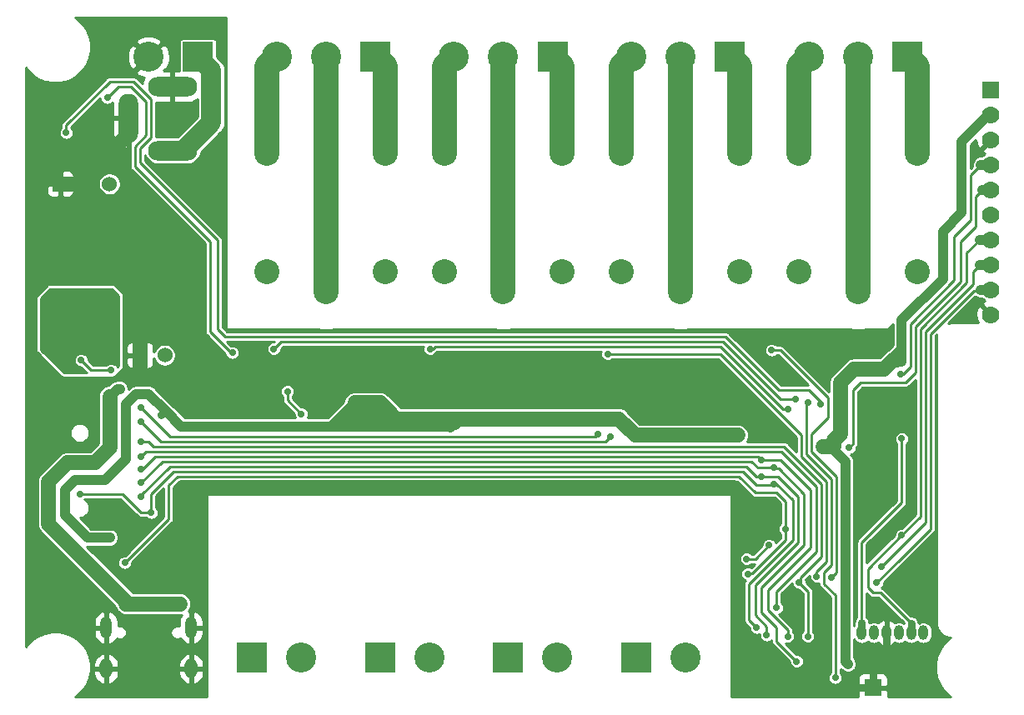
<source format=gbr>
G04 #@! TF.GenerationSoftware,KiCad,Pcbnew,5.1.0-rc2-unknown-036be7d~80~ubuntu16.04.1*
G04 #@! TF.CreationDate,2023-03-31T11:14:17+03:00*
G04 #@! TF.ProjectId,ESP32-C6-EVB_Rev_A,45535033-322d-4433-962d-4556425f5265,A*
G04 #@! TF.SameCoordinates,Original*
G04 #@! TF.FileFunction,Copper,L2,Bot*
G04 #@! TF.FilePolarity,Positive*
%FSLAX46Y46*%
G04 Gerber Fmt 4.6, Leading zero omitted, Abs format (unit mm)*
G04 Created by KiCad (PCBNEW 5.1.0-rc2-unknown-036be7d~80~ubuntu16.04.1) date 2023-03-31 11:14:17*
%MOMM*%
%LPD*%
G04 APERTURE LIST*
%ADD10C,1.800000*%
%ADD11C,0.700000*%
%ADD12C,2.540000*%
%ADD13R,3.048000X3.048000*%
%ADD14C,3.048000*%
%ADD15O,2.000000X5.000000*%
%ADD16O,5.000000X2.000000*%
%ADD17O,1.000000X1.500000*%
%ADD18R,1.778000X1.778000*%
%ADD19C,1.524000*%
%ADD20R,1.524000X1.524000*%
%ADD21C,1.778000*%
%ADD22O,1.200000X2.200000*%
%ADD23O,1.300000X2.000000*%
%ADD24C,1.000000*%
%ADD25C,0.254000*%
%ADD26C,1.524000*%
%ADD27C,0.762000*%
%ADD28C,1.016000*%
%ADD29C,2.540000*%
%ADD30C,0.508000*%
%ADD31C,2.032000*%
G04 APERTURE END LIST*
D10*
X176290000Y-104000000D03*
D11*
X177540000Y-103375000D03*
X177540000Y-104625000D03*
X176915000Y-105250000D03*
X175665000Y-105250000D03*
X175040000Y-104625000D03*
X175040000Y-103375000D03*
X175665000Y-102750000D03*
X176915000Y-102750000D03*
D12*
X121000000Y-83300000D03*
X127000000Y-69300000D03*
X115000000Y-69300000D03*
X115000000Y-81300000D03*
X127000000Y-81300000D03*
X139000000Y-83300000D03*
X145000000Y-69300000D03*
X133000000Y-69300000D03*
X133000000Y-81300000D03*
X145000000Y-81300000D03*
X157000000Y-83300000D03*
X163000000Y-69300000D03*
X151000000Y-69300000D03*
X151000000Y-81300000D03*
X163000000Y-81300000D03*
X175000000Y-83300000D03*
X181000000Y-69300000D03*
X169000000Y-69300000D03*
X169000000Y-81300000D03*
X181000000Y-81300000D03*
D13*
X108000000Y-59500000D03*
D14*
X103000000Y-59500000D03*
D15*
X100975000Y-65700000D03*
D16*
X105425000Y-62500000D03*
X105425000Y-69000000D03*
D17*
X175407000Y-117983000D03*
X176657000Y-117983000D03*
X177907000Y-117983000D03*
X179157000Y-117983000D03*
X180407000Y-117983000D03*
X181657000Y-117983000D03*
D18*
X176530000Y-123571000D03*
D19*
X99020000Y-72390000D03*
D20*
X94020000Y-72390000D03*
D19*
X104628000Y-89789000D03*
D20*
X102128000Y-89789000D03*
D14*
X121000000Y-59500000D03*
D13*
X126000000Y-59500000D03*
D14*
X116000000Y-59500000D03*
X139000000Y-59500000D03*
D13*
X144000000Y-59500000D03*
D14*
X134000000Y-59500000D03*
X152000000Y-59500000D03*
D13*
X162000000Y-59500000D03*
D14*
X157000000Y-59500000D03*
X170000000Y-59500000D03*
D13*
X180000000Y-59500000D03*
D14*
X175000000Y-59500000D03*
D21*
X188500000Y-85680000D03*
X188500000Y-83140000D03*
X188500000Y-78060000D03*
X188500000Y-80600000D03*
X188500000Y-75520000D03*
X188500000Y-72980000D03*
D18*
X188500000Y-62820000D03*
D21*
X188500000Y-65360000D03*
X188500000Y-67900000D03*
X188500000Y-70440000D03*
D14*
X118500000Y-120500000D03*
D13*
X113500000Y-120500000D03*
X126500000Y-120500000D03*
D14*
X131500000Y-120500000D03*
D13*
X139500000Y-120500000D03*
D14*
X144500000Y-120500000D03*
X157500000Y-120500000D03*
D13*
X152500000Y-120500000D03*
D10*
X94107000Y-84963000D03*
D22*
X98680000Y-117470000D03*
D23*
X98680000Y-121650000D03*
X107320000Y-121650000D03*
D22*
X107320000Y-117470000D03*
D11*
X98806000Y-63627000D03*
X118491000Y-95758000D03*
X117094000Y-93472000D03*
X111506000Y-89535000D03*
D24*
X91694000Y-79883000D03*
X91694000Y-80899000D03*
X91313000Y-81915000D03*
X100965000Y-83820000D03*
X102362000Y-83820000D03*
X131572000Y-91186000D03*
X149606000Y-91186000D03*
X115697000Y-91186000D03*
X166243000Y-91186000D03*
X160655000Y-91186000D03*
X175768000Y-93980000D03*
X111633000Y-95504000D03*
X121412000Y-103251000D03*
X110109000Y-95504000D03*
X181991000Y-109728000D03*
D11*
X176149000Y-110236000D03*
D24*
X134366000Y-103251000D03*
X147447000Y-103251000D03*
X160401000Y-103251000D03*
X162560000Y-117729000D03*
X180848000Y-110490000D03*
X165354000Y-106426000D03*
X165354000Y-105156000D03*
X166624000Y-105156000D03*
X166624000Y-106426000D03*
X171450000Y-123571000D03*
X175260000Y-119761000D03*
X166497000Y-121539000D03*
X165100000Y-121539000D03*
X108585000Y-95504000D03*
X115951000Y-95504000D03*
X106426000Y-103251000D03*
X106426000Y-104521000D03*
X106426000Y-105791000D03*
X95123000Y-94361000D03*
X93599000Y-94361000D03*
X92075000Y-94361000D03*
X91440000Y-114808000D03*
X93472000Y-110490000D03*
X107315000Y-110744000D03*
X91186000Y-107950000D03*
X108458000Y-70866000D03*
X96139000Y-117856000D03*
X102108000Y-110744000D03*
X102870000Y-122809000D03*
X102870000Y-119253000D03*
X163830000Y-95758000D03*
D11*
X94615000Y-67183000D03*
X179470000Y-98279000D03*
X179324000Y-91694000D03*
X171196000Y-94742000D03*
D24*
X123952000Y-94615000D03*
X125222000Y-94615000D03*
X126492000Y-94615000D03*
X162814000Y-97917000D03*
X161671000Y-97917000D03*
D11*
X156464000Y-98298000D03*
X155448000Y-98298000D03*
D24*
X172593000Y-99060000D03*
X179451000Y-90424000D03*
X133604000Y-97155000D03*
X173990000Y-121158000D03*
X171450000Y-99060000D03*
D11*
X110744000Y-97155000D03*
X104267000Y-95885000D03*
D24*
X99060000Y-108331000D03*
X97790000Y-108331000D03*
D11*
X96139000Y-90297000D03*
X99187000Y-91313000D03*
X177419000Y-111252000D03*
X179451000Y-108077000D03*
X167640000Y-107442000D03*
X163830000Y-112014000D03*
X100584000Y-110871000D03*
X176911000Y-112903000D03*
X169926000Y-94615000D03*
X172720000Y-122555000D03*
X174117000Y-99187000D03*
D24*
X99060000Y-93980000D03*
X100076000Y-93218000D03*
X100711000Y-115062000D03*
X106172000Y-115062000D03*
D11*
X163703000Y-110490000D03*
X165989000Y-109093000D03*
D24*
X95758000Y-85725000D03*
X97028000Y-84201000D03*
X95758000Y-84201000D03*
X97028000Y-85725000D03*
X92456000Y-84201000D03*
X92456000Y-85725000D03*
D11*
X165735000Y-118237000D03*
X102235000Y-104140000D03*
X165227000Y-102108000D03*
X165227000Y-100457000D03*
X167894000Y-118364000D03*
X102235000Y-101346000D03*
X148590000Y-97790000D03*
X102235000Y-95123000D03*
X166497000Y-101219000D03*
X168783000Y-120904000D03*
X102235000Y-102743000D03*
X166497000Y-102870000D03*
X164719000Y-117475000D03*
X103251000Y-105791000D03*
X96012000Y-103886000D03*
X115697000Y-89154000D03*
X168656000Y-94234000D03*
X131572000Y-89154000D03*
X167894000Y-95250000D03*
X170815000Y-112268000D03*
X149606000Y-89662000D03*
X166243000Y-89281000D03*
X172339000Y-112395000D03*
X169037000Y-112903000D03*
X169926000Y-118364000D03*
X102235000Y-98552000D03*
X149860000Y-98044000D03*
X102235000Y-96520000D03*
X166751000Y-115443000D03*
X102235000Y-100076000D03*
D25*
X117094000Y-94361000D02*
X118491000Y-95758000D01*
X117094000Y-93472000D02*
X117094000Y-94361000D01*
X99949000Y-62484000D02*
X98806000Y-63627000D01*
X101224080Y-62484000D02*
X99949000Y-62484000D01*
X102743000Y-67452240D02*
X102743000Y-64002920D01*
X101600000Y-68595240D02*
X102743000Y-67452240D01*
X101600000Y-70612000D02*
X101600000Y-68595240D01*
X111506000Y-89535000D02*
X111379000Y-89535000D01*
X111379000Y-89535000D02*
X109220000Y-87376000D01*
X109220000Y-87376000D02*
X109220000Y-78232000D01*
X102743000Y-64002920D02*
X101224080Y-62484000D01*
X109220000Y-78232000D02*
X101600000Y-70612000D01*
D26*
X102128000Y-89789000D02*
X102128000Y-91587000D01*
X102128000Y-89789000D02*
X102128000Y-87991000D01*
X149606000Y-91186000D02*
X131572000Y-91186000D01*
X160655000Y-91186000D02*
X149606000Y-91186000D01*
X131572000Y-91186000D02*
X107569000Y-91186000D01*
X100975000Y-67300000D02*
X100975000Y-65700000D01*
X98806000Y-69469000D02*
X100975000Y-67300000D01*
X175768000Y-100965000D02*
X176530000Y-101727000D01*
X175768000Y-93980000D02*
X175768000Y-100965000D01*
D27*
X177907000Y-120289000D02*
X177907000Y-117983000D01*
X176530000Y-121666000D02*
X177907000Y-120289000D01*
X176530000Y-123571000D02*
X176530000Y-121666000D01*
D28*
X165354000Y-105156000D02*
X165354000Y-106426000D01*
X162560000Y-109220000D02*
X162560000Y-117729000D01*
X165354000Y-106426000D02*
X162560000Y-109220000D01*
D27*
X167259000Y-123571000D02*
X176530000Y-123571000D01*
X165227000Y-121539000D02*
X167259000Y-123571000D01*
X165100000Y-121539000D02*
X165227000Y-121539000D01*
D28*
X165100000Y-121539000D02*
X163576000Y-121539000D01*
X163576000Y-121539000D02*
X162560000Y-120523000D01*
X162560000Y-120523000D02*
X162560000Y-117729000D01*
D26*
X107569000Y-84328000D02*
X95631000Y-72390000D01*
X107569000Y-92583000D02*
X107569000Y-84328000D01*
X108585000Y-93599000D02*
X107569000Y-92583000D01*
X108585000Y-95504000D02*
X108585000Y-93599000D01*
X95631000Y-72390000D02*
X94020000Y-72390000D01*
X164211000Y-105156000D02*
X165354000Y-105156000D01*
X162306000Y-103251000D02*
X164211000Y-105156000D01*
X106426000Y-103251000D02*
X162306000Y-103251000D01*
D28*
X106426000Y-105791000D02*
X106426000Y-104521000D01*
X106426000Y-103251000D02*
X106426000Y-104521000D01*
X91186000Y-112776000D02*
X94996000Y-116586000D01*
X91186000Y-107950000D02*
X91186000Y-112776000D01*
X91186000Y-95250000D02*
X92075000Y-94361000D01*
X91186000Y-107950000D02*
X91186000Y-95250000D01*
D26*
X92583000Y-64770000D02*
X94107000Y-63246000D01*
X94107000Y-63246000D02*
X95758000Y-63246000D01*
X92583000Y-70953000D02*
X92583000Y-64770000D01*
X94020000Y-72390000D02*
X92583000Y-70953000D01*
X95758000Y-63246000D02*
X98933000Y-60071000D01*
D29*
X115000000Y-69300000D02*
X115000000Y-63816000D01*
X116000000Y-59500000D02*
X115000000Y-60500000D01*
X115000000Y-60500000D02*
X115000000Y-63816000D01*
X127000000Y-69300000D02*
X127000000Y-63754000D01*
X126000000Y-59500000D02*
X127000000Y-60500000D01*
X127000000Y-60500000D02*
X127000000Y-63754000D01*
X121000000Y-59500000D02*
X121000000Y-73310000D01*
X121000000Y-83300000D02*
X121000000Y-73310000D01*
X139000000Y-59500000D02*
X139000000Y-73217000D01*
X139000000Y-83300000D02*
X139000000Y-73217000D01*
X145000000Y-69300000D02*
X145000000Y-63661000D01*
X144000000Y-59500000D02*
X145000000Y-60500000D01*
X145000000Y-60500000D02*
X145000000Y-63661000D01*
X133000000Y-69300000D02*
X133000000Y-63596000D01*
X134000000Y-59500000D02*
X133000000Y-60500000D01*
X133000000Y-60500000D02*
X133000000Y-63596000D01*
D28*
X188500000Y-70440000D02*
X187497000Y-70440000D01*
D27*
X175407000Y-117983000D02*
X175407000Y-116987000D01*
D25*
X175407000Y-115463000D02*
X175407000Y-116987000D01*
X179470000Y-98279000D02*
X179451000Y-98298000D01*
X179451000Y-98298000D02*
X179451000Y-104775000D01*
X179451000Y-104775000D02*
X175407000Y-108819000D01*
X175407000Y-108819000D02*
X175407000Y-115463000D01*
X94615000Y-66421000D02*
X94615000Y-67183000D01*
X101432360Y-61976000D02*
X99060000Y-61976000D01*
X103251000Y-67665600D02*
X103251000Y-63794640D01*
X167005000Y-93345000D02*
X161544000Y-87884000D01*
X102108000Y-68808600D02*
X103251000Y-67665600D01*
X103251000Y-63794640D02*
X101432360Y-61976000D01*
X170053000Y-93345000D02*
X167005000Y-93345000D01*
X99060000Y-61976000D02*
X94615000Y-66421000D01*
X171196000Y-94488000D02*
X170053000Y-93345000D01*
X110744000Y-87884000D02*
X109982000Y-87122000D01*
X161544000Y-87884000D02*
X110744000Y-87884000D01*
X109982000Y-78105000D02*
X102108000Y-70231000D01*
X109982000Y-87122000D02*
X109982000Y-78105000D01*
X171196000Y-94742000D02*
X171196000Y-94488000D01*
X102108000Y-70231000D02*
X102108000Y-68808600D01*
X186436000Y-71501000D02*
X187497000Y-70440000D01*
X186436000Y-76073000D02*
X186436000Y-71501000D01*
X184785000Y-77724000D02*
X186436000Y-76073000D01*
X184785000Y-82169000D02*
X184785000Y-77724000D01*
X179324000Y-91694000D02*
X179578000Y-91694000D01*
X179578000Y-91694000D02*
X180340000Y-90932000D01*
X180340000Y-86614000D02*
X184785000Y-82169000D01*
X180340000Y-90932000D02*
X180340000Y-86614000D01*
D26*
X157480000Y-97917000D02*
X162814000Y-97917000D01*
D25*
X156464000Y-98298000D02*
X157099000Y-98298000D01*
X157099000Y-98298000D02*
X157480000Y-97917000D01*
D28*
X179070000Y-90424000D02*
X178943000Y-90297000D01*
X179451000Y-90424000D02*
X179070000Y-90424000D01*
D26*
X126492000Y-94615000D02*
X125222000Y-94615000D01*
X123952000Y-94615000D02*
X125222000Y-94615000D01*
X152400000Y-97917000D02*
X157480000Y-97917000D01*
X150749000Y-96266000D02*
X152400000Y-97917000D01*
X126492000Y-94615000D02*
X128143000Y-96266000D01*
X128143000Y-96266000D02*
X133477000Y-96266000D01*
D28*
X133096000Y-96647000D02*
X133477000Y-96266000D01*
X133604000Y-97155000D02*
X133096000Y-96647000D01*
X121539000Y-97028000D02*
X123952000Y-94615000D01*
D26*
X171450000Y-99060000D02*
X172593000Y-99060000D01*
D28*
X173736000Y-100584000D02*
X172593000Y-99441000D01*
X172593000Y-99441000D02*
X172593000Y-99060000D01*
D30*
X110490000Y-97155000D02*
X110363000Y-97028000D01*
X110744000Y-97155000D02*
X110490000Y-97155000D01*
D28*
X110363000Y-97028000D02*
X121539000Y-97028000D01*
X106299000Y-97028000D02*
X110363000Y-97028000D01*
D27*
X104267000Y-95885000D02*
X104711500Y-95440500D01*
D28*
X104711500Y-95440500D02*
X106299000Y-97028000D01*
X97917000Y-108331000D02*
X97790000Y-108331000D01*
X97790000Y-108331000D02*
X99060000Y-108331000D01*
X102997000Y-93726000D02*
X104711500Y-95440500D01*
X101727000Y-93726000D02*
X102997000Y-93726000D01*
X100711000Y-94742000D02*
X101727000Y-93726000D01*
X100711000Y-100330000D02*
X100711000Y-94742000D01*
X98552000Y-102489000D02*
X100711000Y-100330000D01*
X95504000Y-102489000D02*
X98552000Y-102489000D01*
X97790000Y-108331000D02*
X96774000Y-108331000D01*
X96774000Y-108331000D02*
X94488000Y-106045000D01*
X94488000Y-106045000D02*
X94488000Y-103505000D01*
X94488000Y-103505000D02*
X95504000Y-102489000D01*
D26*
X134874000Y-96266000D02*
X150749000Y-96266000D01*
X133477000Y-96266000D02*
X134874000Y-96266000D01*
D30*
X134874000Y-96520000D02*
X134874000Y-96266000D01*
X134239000Y-97155000D02*
X134874000Y-96520000D01*
X133604000Y-97155000D02*
X134239000Y-97155000D01*
D26*
X172593000Y-98425000D02*
X172593000Y-99060000D01*
X173228000Y-97790000D02*
X172593000Y-98425000D01*
X173228000Y-92583000D02*
X173228000Y-97790000D01*
X178943000Y-90297000D02*
X178562000Y-90297000D01*
X174625000Y-91186000D02*
X173228000Y-92583000D01*
X178562000Y-90297000D02*
X177673000Y-91186000D01*
X177673000Y-91186000D02*
X174625000Y-91186000D01*
D28*
X178562000Y-90043000D02*
X179451000Y-89154000D01*
X178562000Y-90297000D02*
X178562000Y-90043000D01*
X179451000Y-89154000D02*
X179451000Y-90424000D01*
X179451000Y-86233000D02*
X179451000Y-89154000D01*
X183642000Y-82042000D02*
X179451000Y-86233000D01*
X183642000Y-77216000D02*
X183642000Y-82042000D01*
X188500000Y-65360000D02*
X188259000Y-65360000D01*
X188259000Y-65360000D02*
X185547000Y-68072000D01*
X185547000Y-68072000D02*
X185547000Y-75311000D01*
X185547000Y-75311000D02*
X183642000Y-77216000D01*
X173736000Y-120904000D02*
X173736000Y-100584000D01*
X173990000Y-121158000D02*
X173736000Y-120904000D01*
D31*
X109347000Y-60847000D02*
X108000000Y-59500000D01*
X109347000Y-66167000D02*
X109347000Y-60847000D01*
X106514000Y-69000000D02*
X109347000Y-66167000D01*
X105425000Y-69000000D02*
X106514000Y-69000000D01*
D25*
X97155000Y-91313000D02*
X96139000Y-90297000D01*
X99187000Y-91313000D02*
X97155000Y-91313000D01*
D29*
X151000000Y-69300000D02*
X151000000Y-64011000D01*
X152000000Y-59500000D02*
X151000000Y-60500000D01*
X151000000Y-60500000D02*
X151000000Y-64011000D01*
X163000000Y-69300000D02*
X163000000Y-63949000D01*
X162000000Y-59500000D02*
X163000000Y-60500000D01*
X163000000Y-60500000D02*
X163000000Y-63949000D01*
X157000000Y-59500000D02*
X157000000Y-73632000D01*
X157000000Y-83300000D02*
X157000000Y-73632000D01*
X169000000Y-69300000D02*
X169000000Y-64299000D01*
X170000000Y-59500000D02*
X169000000Y-60500000D01*
X169000000Y-60500000D02*
X169000000Y-64299000D01*
X181000000Y-69300000D02*
X181000000Y-64795000D01*
X180000000Y-59500000D02*
X181000000Y-60500000D01*
X181000000Y-60500000D02*
X181000000Y-64795000D01*
X175000000Y-59500000D02*
X175000000Y-74035000D01*
X175000000Y-83300000D02*
X175000000Y-74035000D01*
D28*
X188500000Y-80600000D02*
X187370000Y-80600000D01*
D25*
X177419000Y-111252000D02*
X181864000Y-106807000D01*
X181864000Y-106807000D02*
X181864000Y-87376000D01*
X186690000Y-81280000D02*
X187370000Y-80600000D01*
X181864000Y-87376000D02*
X186690000Y-82550000D01*
X186690000Y-82550000D02*
X186690000Y-81280000D01*
D28*
X188500000Y-78060000D02*
X187370000Y-78060000D01*
D27*
X180407000Y-117983000D02*
X180407000Y-117034000D01*
D25*
X179451000Y-108077000D02*
X176022000Y-111506000D01*
X176022000Y-111506000D02*
X176022000Y-113411000D01*
X176022000Y-113411000D02*
X176530000Y-113919000D01*
X177292000Y-113919000D02*
X180407000Y-117034000D01*
X176530000Y-113919000D02*
X177292000Y-113919000D01*
X167640000Y-108585000D02*
X167640000Y-107442000D01*
X163893500Y-111950500D02*
X164274500Y-111950500D01*
X163830000Y-112014000D02*
X163893500Y-111950500D01*
X164274500Y-111950500D02*
X167640000Y-108585000D01*
X167640000Y-104648000D02*
X167640000Y-107442000D01*
X166751000Y-103759000D02*
X167640000Y-104648000D01*
X164592000Y-103759000D02*
X166751000Y-103759000D01*
X162941000Y-102108000D02*
X164592000Y-103759000D01*
X100584000Y-110871000D02*
X105029000Y-106426000D01*
X105029000Y-106426000D02*
X105029000Y-102997000D01*
X105029000Y-102997000D02*
X105918000Y-102108000D01*
X105918000Y-102108000D02*
X162941000Y-102108000D01*
X186055000Y-79375000D02*
X187370000Y-78060000D01*
X179451000Y-108077000D02*
X181356000Y-106172000D01*
X181356000Y-106172000D02*
X181356000Y-87122000D01*
X181356000Y-87122000D02*
X186055000Y-82423000D01*
X186055000Y-82423000D02*
X186055000Y-79375000D01*
D28*
X188500000Y-83140000D02*
X187497000Y-83140000D01*
D25*
X179324000Y-110490000D02*
X176911000Y-112903000D01*
X182372000Y-87630000D02*
X182372000Y-107442000D01*
X182372000Y-107442000D02*
X179324000Y-110490000D01*
X187388500Y-83248500D02*
X186753500Y-83248500D01*
X187497000Y-83140000D02*
X187388500Y-83248500D01*
X186753500Y-83248500D02*
X182372000Y-87630000D01*
X172339000Y-102362000D02*
X172339000Y-111125000D01*
X169799000Y-99822000D02*
X172339000Y-102362000D01*
X169799000Y-94742000D02*
X169799000Y-99822000D01*
X169926000Y-94615000D02*
X169799000Y-94742000D01*
X172339000Y-111125000D02*
X171577000Y-111887000D01*
X171577000Y-113030000D02*
X172720000Y-114173000D01*
X171577000Y-111887000D02*
X171577000Y-113030000D01*
X172720000Y-114173000D02*
X172720000Y-122555000D01*
D28*
X188500000Y-72980000D02*
X187624000Y-72980000D01*
D25*
X186944000Y-73660000D02*
X187624000Y-72980000D01*
X175260000Y-92583000D02*
X179832000Y-92583000D01*
X180848000Y-91567000D02*
X180848000Y-86868000D01*
X174498000Y-98806000D02*
X174498000Y-93345000D01*
X179832000Y-92583000D02*
X180848000Y-91567000D01*
X174117000Y-99187000D02*
X174498000Y-98806000D01*
X186944000Y-76708000D02*
X186944000Y-73660000D01*
X185420000Y-82296000D02*
X185420000Y-78232000D01*
X180848000Y-86868000D02*
X185420000Y-82296000D01*
X174498000Y-93345000D02*
X175260000Y-92583000D01*
X185420000Y-78232000D02*
X186944000Y-76708000D01*
D28*
X99822000Y-93218000D02*
X100076000Y-93218000D01*
X99060000Y-93980000D02*
X99822000Y-93218000D01*
D26*
X99060000Y-99187000D02*
X99060000Y-93980000D01*
X97536000Y-100711000D02*
X99060000Y-99187000D01*
X94742000Y-100711000D02*
X97536000Y-100711000D01*
X100711000Y-114808000D02*
X92837000Y-106934000D01*
X100711000Y-115062000D02*
X100711000Y-114808000D01*
X92837000Y-106934000D02*
X92837000Y-102616000D01*
X92837000Y-102616000D02*
X94742000Y-100711000D01*
X100711000Y-115062000D02*
X106172000Y-115062000D01*
D25*
X164592000Y-110490000D02*
X165989000Y-109093000D01*
X163703000Y-110490000D02*
X164592000Y-110490000D01*
X168910000Y-104140000D02*
X166878000Y-102108000D01*
X166878000Y-102108000D02*
X165227000Y-102108000D01*
X168910000Y-108839000D02*
X168910000Y-104140000D01*
X102235000Y-104140000D02*
X102235000Y-104013000D01*
X105156000Y-101092000D02*
X163703000Y-101092000D01*
X102235000Y-104013000D02*
X105156000Y-101092000D01*
X165735000Y-118237000D02*
X165735000Y-117348000D01*
X164592000Y-116205000D02*
X164592000Y-113157000D01*
X164592000Y-113157000D02*
X168910000Y-108839000D01*
X165735000Y-117348000D02*
X164592000Y-116205000D01*
X164719000Y-102108000D02*
X165227000Y-102108000D01*
X163703000Y-101092000D02*
X164719000Y-102108000D01*
X167894000Y-117729000D02*
X167894000Y-118364000D01*
X165862000Y-115697000D02*
X167894000Y-117729000D01*
X165862000Y-113665000D02*
X165862000Y-115697000D01*
X165227000Y-100457000D02*
X167132000Y-100457000D01*
X170180000Y-109347000D02*
X165862000Y-113665000D01*
X167132000Y-100457000D02*
X170180000Y-103505000D01*
X170180000Y-103505000D02*
X170180000Y-109347000D01*
X102235000Y-101346000D02*
X102362000Y-101346000D01*
X102362000Y-101346000D02*
X103632000Y-100076000D01*
X103632000Y-100076000D02*
X164846000Y-100076000D01*
X164846000Y-100076000D02*
X165227000Y-100457000D01*
X148336000Y-98044000D02*
X148590000Y-97790000D01*
X105156000Y-98044000D02*
X148336000Y-98044000D01*
X102235000Y-95123000D02*
X105156000Y-98044000D01*
X166751000Y-118872000D02*
X168783000Y-120904000D01*
X166751000Y-117475000D02*
X166751000Y-118872000D01*
X165227000Y-115951000D02*
X166751000Y-117475000D01*
X165227000Y-113411000D02*
X165227000Y-115951000D01*
X169545000Y-109093000D02*
X165227000Y-113411000D01*
X169545000Y-103886000D02*
X169545000Y-109093000D01*
X166560500Y-101282500D02*
X166941500Y-101282500D01*
X166497000Y-101219000D02*
X166560500Y-101282500D01*
X166941500Y-101282500D02*
X169545000Y-103886000D01*
X164846000Y-101219000D02*
X166497000Y-101219000D01*
X104394000Y-100584000D02*
X164211000Y-100584000D01*
X102235000Y-102743000D02*
X104394000Y-100584000D01*
X164211000Y-100584000D02*
X164846000Y-101219000D01*
X163957000Y-116713000D02*
X164719000Y-117475000D01*
X166497000Y-102870000D02*
X166751000Y-102870000D01*
X166751000Y-102870000D02*
X168402000Y-104521000D01*
X163957000Y-113030000D02*
X163957000Y-116713000D01*
X168402000Y-104521000D02*
X168402000Y-108585000D01*
X168402000Y-108585000D02*
X163957000Y-113030000D01*
X102235000Y-105791000D02*
X103251000Y-105791000D01*
X100330000Y-103886000D02*
X102235000Y-105791000D01*
X96012000Y-103886000D02*
X100330000Y-103886000D01*
X166370000Y-102997000D02*
X166497000Y-102870000D01*
X164719000Y-102997000D02*
X166370000Y-102997000D01*
X103251000Y-105791000D02*
X103251000Y-103886000D01*
X103251000Y-103886000D02*
X105537000Y-101600000D01*
X105537000Y-101600000D02*
X163322000Y-101600000D01*
X163322000Y-101600000D02*
X164719000Y-102997000D01*
X167132000Y-94234000D02*
X168656000Y-94234000D01*
X161290000Y-88392000D02*
X167132000Y-94234000D01*
X116459000Y-88392000D02*
X161290000Y-88392000D01*
X115697000Y-89154000D02*
X116459000Y-88392000D01*
X167386000Y-95250000D02*
X167894000Y-95250000D01*
X131572000Y-89154000D02*
X131826000Y-89154000D01*
X131826000Y-89154000D02*
X132080000Y-88900000D01*
X132080000Y-88900000D02*
X161036000Y-88900000D01*
X161036000Y-88900000D02*
X167386000Y-95250000D01*
X169291000Y-97917000D02*
X169291000Y-100076000D01*
X169291000Y-100076000D02*
X171831000Y-102616000D01*
X161036000Y-89662000D02*
X169291000Y-97917000D01*
X170815000Y-111760000D02*
X170815000Y-112268000D01*
X149606000Y-89662000D02*
X161036000Y-89662000D01*
X171831000Y-102616000D02*
X171831000Y-110744000D01*
X171831000Y-110744000D02*
X170815000Y-111760000D01*
X172847000Y-111887000D02*
X172339000Y-112395000D01*
X172847000Y-102108000D02*
X172847000Y-111887000D01*
X170307000Y-99568000D02*
X172847000Y-102108000D01*
X170307000Y-97790000D02*
X170307000Y-99568000D01*
X166243000Y-89281000D02*
X167132000Y-89281000D01*
X171958000Y-94107000D02*
X171958000Y-96139000D01*
X167132000Y-89281000D02*
X171958000Y-94107000D01*
X171958000Y-96139000D02*
X170307000Y-97790000D01*
X169926000Y-113792000D02*
X169037000Y-112903000D01*
X169926000Y-118364000D02*
X169926000Y-113792000D01*
X171323000Y-110236000D02*
X169164000Y-112395000D01*
X171323000Y-102870000D02*
X171323000Y-110236000D01*
X102235000Y-98552000D02*
X102997000Y-98552000D01*
X102997000Y-98552000D02*
X103505000Y-99060000D01*
X103505000Y-99060000D02*
X167513000Y-99060000D01*
X169164000Y-112776000D02*
X169037000Y-112903000D01*
X169164000Y-112395000D02*
X169164000Y-112776000D01*
X167513000Y-99060000D02*
X171323000Y-102870000D01*
X102235000Y-96520000D02*
X104267000Y-98552000D01*
X149352000Y-98552000D02*
X149860000Y-98044000D01*
X104267000Y-98552000D02*
X149352000Y-98552000D01*
X166751000Y-113792000D02*
X166751000Y-115443000D01*
X102235000Y-100076000D02*
X102743000Y-99568000D01*
X170815000Y-109728000D02*
X166751000Y-113792000D01*
X170815000Y-103124000D02*
X170815000Y-109728000D01*
X102743000Y-99568000D02*
X167259000Y-99568000D01*
X167259000Y-99568000D02*
X170815000Y-103124000D01*
G36*
X110873000Y-87000000D02*
G01*
X110875440Y-87024776D01*
X110882667Y-87048601D01*
X110894403Y-87070557D01*
X110910197Y-87089803D01*
X110929443Y-87105597D01*
X110951399Y-87117333D01*
X110975224Y-87124560D01*
X111000000Y-87127000D01*
X120059233Y-87127000D01*
X120612239Y-87237000D01*
X121387761Y-87237000D01*
X121940767Y-87127000D01*
X138059233Y-87127000D01*
X138612239Y-87237000D01*
X139387761Y-87237000D01*
X139940767Y-87127000D01*
X156059233Y-87127000D01*
X156612239Y-87237000D01*
X157387761Y-87237000D01*
X157940767Y-87127000D01*
X174059233Y-87127000D01*
X174612239Y-87237000D01*
X175387761Y-87237000D01*
X175940767Y-87127000D01*
X178000000Y-87127000D01*
X178024776Y-87124560D01*
X178048601Y-87117333D01*
X178070557Y-87105597D01*
X178089803Y-87089803D01*
X178562000Y-86617606D01*
X178562001Y-88785763D01*
X178099686Y-89248079D01*
X177923911Y-89342032D01*
X177749867Y-89484867D01*
X177714077Y-89528477D01*
X177199555Y-90043000D01*
X174681138Y-90043000D01*
X174624999Y-90037471D01*
X174568860Y-90043000D01*
X174568854Y-90043000D01*
X174423600Y-90057306D01*
X174400932Y-90059539D01*
X174356779Y-90072933D01*
X174185477Y-90124897D01*
X173986911Y-90231032D01*
X173986909Y-90231033D01*
X173986910Y-90231033D01*
X173856477Y-90338076D01*
X173856471Y-90338082D01*
X173812867Y-90373867D01*
X173777081Y-90417472D01*
X172459482Y-91735073D01*
X172415867Y-91770867D01*
X172273032Y-91944912D01*
X172166897Y-92143478D01*
X172137184Y-92241430D01*
X172108193Y-92337000D01*
X172101539Y-92358934D01*
X172085000Y-92526855D01*
X172085000Y-92526861D01*
X172079471Y-92583000D01*
X172085000Y-92639139D01*
X172085000Y-93515580D01*
X167508855Y-88939435D01*
X167492948Y-88920052D01*
X167415595Y-88856571D01*
X167327343Y-88809399D01*
X167231585Y-88780351D01*
X167156947Y-88773000D01*
X167156944Y-88773000D01*
X167132000Y-88770543D01*
X167107056Y-88773000D01*
X166768790Y-88773000D01*
X166708985Y-88713195D01*
X166589258Y-88633196D01*
X166456225Y-88578092D01*
X166314997Y-88550000D01*
X166171003Y-88550000D01*
X166029775Y-88578092D01*
X165896742Y-88633196D01*
X165777015Y-88713195D01*
X165675195Y-88815015D01*
X165595196Y-88934742D01*
X165540092Y-89067775D01*
X165512000Y-89209003D01*
X165512000Y-89352997D01*
X165540092Y-89494225D01*
X165595196Y-89627258D01*
X165675195Y-89746985D01*
X165777015Y-89848805D01*
X165896742Y-89928804D01*
X166029775Y-89983908D01*
X166171003Y-90012000D01*
X166314997Y-90012000D01*
X166456225Y-89983908D01*
X166589258Y-89928804D01*
X166708985Y-89848805D01*
X166768790Y-89789000D01*
X166921580Y-89789000D01*
X169969580Y-92837000D01*
X167215421Y-92837000D01*
X161920855Y-87542435D01*
X161904948Y-87523052D01*
X161827595Y-87459571D01*
X161739343Y-87412399D01*
X161643585Y-87383351D01*
X161568947Y-87376000D01*
X161568944Y-87376000D01*
X161544000Y-87373543D01*
X161519056Y-87376000D01*
X110954420Y-87376000D01*
X110490000Y-86911580D01*
X110490000Y-78129944D01*
X110492457Y-78105000D01*
X110486183Y-78041302D01*
X110482649Y-78005415D01*
X110453601Y-77909657D01*
X110406429Y-77821405D01*
X110342948Y-77744052D01*
X110323565Y-77728145D01*
X102616000Y-70020580D01*
X102616000Y-69442204D01*
X102642949Y-69531043D01*
X102771185Y-69770955D01*
X102943761Y-69981239D01*
X103154045Y-70153815D01*
X103393957Y-70282051D01*
X103654277Y-70361018D01*
X103857157Y-70381000D01*
X105193925Y-70381000D01*
X105356375Y-70397000D01*
X106445375Y-70397000D01*
X106514000Y-70403759D01*
X106582625Y-70397000D01*
X106745075Y-70381000D01*
X106992843Y-70381000D01*
X107195723Y-70361018D01*
X107456043Y-70282051D01*
X107695955Y-70153815D01*
X107906239Y-69981239D01*
X108078815Y-69770955D01*
X108207051Y-69531043D01*
X108286018Y-69270723D01*
X108293347Y-69196308D01*
X110286301Y-67203355D01*
X110339607Y-67159608D01*
X110514183Y-66946887D01*
X110643904Y-66704195D01*
X110723786Y-66440860D01*
X110744000Y-66235625D01*
X110744000Y-66235624D01*
X110750759Y-66167001D01*
X110744000Y-66098376D01*
X110744000Y-60915625D01*
X110750759Y-60847000D01*
X110723786Y-60573140D01*
X110643904Y-60309804D01*
X110514183Y-60067113D01*
X110429749Y-59964230D01*
X110339608Y-59854392D01*
X110286296Y-59810640D01*
X109906843Y-59431187D01*
X109906843Y-57976000D01*
X109899487Y-57901311D01*
X109877701Y-57829492D01*
X109842322Y-57763304D01*
X109794711Y-57705289D01*
X109736696Y-57657678D01*
X109670508Y-57622299D01*
X109598689Y-57600513D01*
X109524000Y-57593157D01*
X106476000Y-57593157D01*
X106401311Y-57600513D01*
X106329492Y-57622299D01*
X106263304Y-57657678D01*
X106205289Y-57705289D01*
X106157678Y-57763304D01*
X106122299Y-57829492D01*
X106100513Y-57901311D01*
X106093157Y-57976000D01*
X106093157Y-60865000D01*
X105552000Y-60865000D01*
X105552000Y-62373000D01*
X105572000Y-62373000D01*
X105572000Y-62627000D01*
X105552000Y-62627000D01*
X105552000Y-64135000D01*
X107052000Y-64135000D01*
X107368532Y-64078807D01*
X107668020Y-63961942D01*
X107938954Y-63788895D01*
X107950000Y-63778296D01*
X107950000Y-65588344D01*
X105935345Y-67603000D01*
X105356375Y-67603000D01*
X105193925Y-67619000D01*
X103857157Y-67619000D01*
X103759000Y-67628668D01*
X103759000Y-64128076D01*
X103798000Y-64135000D01*
X105298000Y-64135000D01*
X105298000Y-62627000D01*
X105278000Y-62627000D01*
X105278000Y-62373000D01*
X105298000Y-62373000D01*
X105298000Y-60865000D01*
X104544608Y-60865000D01*
X104508742Y-60829134D01*
X104826758Y-60670236D01*
X105019959Y-60291368D01*
X105135534Y-59882087D01*
X105169042Y-59458124D01*
X105119194Y-59035770D01*
X104987908Y-58631256D01*
X104826758Y-58329764D01*
X104508740Y-58170865D01*
X103179605Y-59500000D01*
X103193748Y-59514143D01*
X103014143Y-59693748D01*
X103000000Y-59679605D01*
X101670865Y-61008740D01*
X101829764Y-61326758D01*
X102208632Y-61519959D01*
X102551240Y-61616707D01*
X102494990Y-61697239D01*
X102365856Y-61991645D01*
X102334876Y-62119566D01*
X102370950Y-62196170D01*
X101809215Y-61634435D01*
X101793308Y-61615052D01*
X101715955Y-61551571D01*
X101627703Y-61504399D01*
X101531945Y-61475351D01*
X101457307Y-61468000D01*
X101457304Y-61468000D01*
X101432360Y-61465543D01*
X101407416Y-61468000D01*
X99084943Y-61468000D01*
X99059999Y-61465543D01*
X99035055Y-61468000D01*
X99035053Y-61468000D01*
X98960415Y-61475351D01*
X98864657Y-61504399D01*
X98864655Y-61504400D01*
X98776404Y-61551571D01*
X98721810Y-61596376D01*
X98699052Y-61615052D01*
X98683150Y-61634429D01*
X94273435Y-66044145D01*
X94254052Y-66060052D01*
X94190571Y-66137405D01*
X94143399Y-66225658D01*
X94114351Y-66321416D01*
X94109557Y-66370092D01*
X94104543Y-66421000D01*
X94107000Y-66445945D01*
X94107000Y-66657210D01*
X94047195Y-66717015D01*
X93967196Y-66836742D01*
X93912092Y-66969775D01*
X93884000Y-67111003D01*
X93884000Y-67254997D01*
X93912092Y-67396225D01*
X93967196Y-67529258D01*
X94047195Y-67648985D01*
X94149015Y-67750805D01*
X94268742Y-67830804D01*
X94401775Y-67885908D01*
X94543003Y-67914000D01*
X94686997Y-67914000D01*
X94828225Y-67885908D01*
X94961258Y-67830804D01*
X95080985Y-67750805D01*
X95182805Y-67648985D01*
X95262804Y-67529258D01*
X95317908Y-67396225D01*
X95346000Y-67254997D01*
X95346000Y-67111003D01*
X95317908Y-66969775D01*
X95262804Y-66836742D01*
X95182805Y-66717015D01*
X95123000Y-66657210D01*
X95123000Y-66631420D01*
X95927420Y-65827000D01*
X99340000Y-65827000D01*
X99340000Y-67327000D01*
X99396193Y-67643532D01*
X99513058Y-67943020D01*
X99686105Y-68213954D01*
X99908683Y-68445922D01*
X100172239Y-68630010D01*
X100466645Y-68759144D01*
X100594566Y-68790124D01*
X100848000Y-68670777D01*
X100848000Y-65827000D01*
X99340000Y-65827000D01*
X95927420Y-65827000D01*
X98075000Y-63679421D01*
X98075000Y-63698997D01*
X98103092Y-63840225D01*
X98158196Y-63973258D01*
X98238195Y-64092985D01*
X98340015Y-64194805D01*
X98459742Y-64274804D01*
X98592775Y-64329908D01*
X98734003Y-64358000D01*
X98877997Y-64358000D01*
X99019225Y-64329908D01*
X99152258Y-64274804D01*
X99271985Y-64194805D01*
X99340000Y-64126790D01*
X99340000Y-65573000D01*
X100848000Y-65573000D01*
X100848000Y-65553000D01*
X101102000Y-65553000D01*
X101102000Y-65573000D01*
X101122000Y-65573000D01*
X101122000Y-65827000D01*
X101102000Y-65827000D01*
X101102000Y-68486927D01*
X101099352Y-68495656D01*
X101089543Y-68595240D01*
X101092001Y-68620194D01*
X101092000Y-70587056D01*
X101089543Y-70612000D01*
X101092000Y-70636944D01*
X101092000Y-70636946D01*
X101099351Y-70711584D01*
X101128399Y-70807342D01*
X101175571Y-70895595D01*
X101239052Y-70972948D01*
X101258435Y-70988855D01*
X108712001Y-78442422D01*
X108712000Y-87351053D01*
X108709543Y-87376000D01*
X108712000Y-87400944D01*
X108712000Y-87400946D01*
X108719351Y-87475584D01*
X108748399Y-87571342D01*
X108795571Y-87659595D01*
X108859052Y-87736948D01*
X108878435Y-87752855D01*
X110785534Y-89659955D01*
X110803092Y-89748225D01*
X110858196Y-89881258D01*
X110938195Y-90000985D01*
X111040015Y-90102805D01*
X111159742Y-90182804D01*
X111292775Y-90237908D01*
X111434003Y-90266000D01*
X111577997Y-90266000D01*
X111719225Y-90237908D01*
X111852258Y-90182804D01*
X111971985Y-90102805D01*
X112073805Y-90000985D01*
X112153804Y-89881258D01*
X112208908Y-89748225D01*
X112237000Y-89606997D01*
X112237000Y-89463003D01*
X112208908Y-89321775D01*
X112153804Y-89188742D01*
X112073805Y-89069015D01*
X111971985Y-88967195D01*
X111852258Y-88887196D01*
X111719225Y-88832092D01*
X111577997Y-88804000D01*
X111434003Y-88804000D01*
X111377633Y-88815213D01*
X110954421Y-88392000D01*
X115740580Y-88392000D01*
X115709580Y-88423000D01*
X115625003Y-88423000D01*
X115483775Y-88451092D01*
X115350742Y-88506196D01*
X115231015Y-88586195D01*
X115129195Y-88688015D01*
X115049196Y-88807742D01*
X114994092Y-88940775D01*
X114966000Y-89082003D01*
X114966000Y-89225997D01*
X114994092Y-89367225D01*
X115049196Y-89500258D01*
X115129195Y-89619985D01*
X115231015Y-89721805D01*
X115350742Y-89801804D01*
X115483775Y-89856908D01*
X115625003Y-89885000D01*
X115768997Y-89885000D01*
X115910225Y-89856908D01*
X116043258Y-89801804D01*
X116162985Y-89721805D01*
X116264805Y-89619985D01*
X116344804Y-89500258D01*
X116399908Y-89367225D01*
X116428000Y-89225997D01*
X116428000Y-89141420D01*
X116669420Y-88900000D01*
X130885982Y-88900000D01*
X130869092Y-88940775D01*
X130841000Y-89082003D01*
X130841000Y-89225997D01*
X130869092Y-89367225D01*
X130924196Y-89500258D01*
X131004195Y-89619985D01*
X131106015Y-89721805D01*
X131225742Y-89801804D01*
X131358775Y-89856908D01*
X131500003Y-89885000D01*
X131643997Y-89885000D01*
X131785225Y-89856908D01*
X131918258Y-89801804D01*
X132037985Y-89721805D01*
X132139805Y-89619985D01*
X132219804Y-89500258D01*
X132235107Y-89463313D01*
X132290420Y-89408000D01*
X148919982Y-89408000D01*
X148903092Y-89448775D01*
X148875000Y-89590003D01*
X148875000Y-89733997D01*
X148903092Y-89875225D01*
X148958196Y-90008258D01*
X149038195Y-90127985D01*
X149140015Y-90229805D01*
X149259742Y-90309804D01*
X149392775Y-90364908D01*
X149534003Y-90393000D01*
X149677997Y-90393000D01*
X149819225Y-90364908D01*
X149952258Y-90309804D01*
X150071985Y-90229805D01*
X150131790Y-90170000D01*
X160825580Y-90170000D01*
X168783000Y-98127421D01*
X168783001Y-99611581D01*
X167889855Y-98718435D01*
X167873948Y-98699052D01*
X167796595Y-98635571D01*
X167708343Y-98588399D01*
X167612585Y-98559351D01*
X167537947Y-98552000D01*
X167537944Y-98552000D01*
X167513000Y-98549543D01*
X167488056Y-98552000D01*
X163770619Y-98552000D01*
X163875103Y-98356523D01*
X163940461Y-98141067D01*
X163962530Y-97917000D01*
X163940461Y-97692933D01*
X163875103Y-97477477D01*
X163768968Y-97278911D01*
X163626133Y-97104867D01*
X163452089Y-96962032D01*
X163253523Y-96855897D01*
X163038067Y-96790539D01*
X162870146Y-96774000D01*
X152873446Y-96774000D01*
X151596927Y-95497482D01*
X151561133Y-95453867D01*
X151387089Y-95311032D01*
X151188523Y-95204897D01*
X150973067Y-95139539D01*
X150805146Y-95123000D01*
X150805139Y-95123000D01*
X150749000Y-95117471D01*
X150692861Y-95123000D01*
X128616446Y-95123000D01*
X127339927Y-93846482D01*
X127304133Y-93802867D01*
X127130089Y-93660032D01*
X126931523Y-93553897D01*
X126716067Y-93488539D01*
X126548146Y-93472000D01*
X126548139Y-93472000D01*
X126492000Y-93466471D01*
X126435861Y-93472000D01*
X123895854Y-93472000D01*
X123727933Y-93488539D01*
X123512477Y-93553897D01*
X123313911Y-93660032D01*
X123139867Y-93802867D01*
X122997032Y-93976911D01*
X122890897Y-94175477D01*
X122825539Y-94390933D01*
X122815346Y-94494419D01*
X121170765Y-96139000D01*
X119115590Y-96139000D01*
X119138804Y-96104258D01*
X119193908Y-95971225D01*
X119222000Y-95829997D01*
X119222000Y-95686003D01*
X119193908Y-95544775D01*
X119138804Y-95411742D01*
X119058805Y-95292015D01*
X118956985Y-95190195D01*
X118837258Y-95110196D01*
X118704225Y-95055092D01*
X118562997Y-95027000D01*
X118478421Y-95027000D01*
X117602000Y-94150580D01*
X117602000Y-93997790D01*
X117661805Y-93937985D01*
X117741804Y-93818258D01*
X117796908Y-93685225D01*
X117825000Y-93543997D01*
X117825000Y-93400003D01*
X117796908Y-93258775D01*
X117741804Y-93125742D01*
X117661805Y-93006015D01*
X117559985Y-92904195D01*
X117440258Y-92824196D01*
X117307225Y-92769092D01*
X117165997Y-92741000D01*
X117022003Y-92741000D01*
X116880775Y-92769092D01*
X116747742Y-92824196D01*
X116628015Y-92904195D01*
X116526195Y-93006015D01*
X116446196Y-93125742D01*
X116391092Y-93258775D01*
X116363000Y-93400003D01*
X116363000Y-93543997D01*
X116391092Y-93685225D01*
X116446196Y-93818258D01*
X116526195Y-93937985D01*
X116586001Y-93997791D01*
X116586001Y-94336046D01*
X116583543Y-94361000D01*
X116589321Y-94419657D01*
X116593352Y-94460585D01*
X116620871Y-94551303D01*
X116622400Y-94556343D01*
X116669571Y-94644595D01*
X116700429Y-94682195D01*
X116733053Y-94721948D01*
X116752430Y-94737850D01*
X117760000Y-95745421D01*
X117760000Y-95829997D01*
X117788092Y-95971225D01*
X117843196Y-96104258D01*
X117866410Y-96139000D01*
X106667236Y-96139000D01*
X105370999Y-94842764D01*
X105370995Y-94842759D01*
X103656499Y-93128264D01*
X103628659Y-93094341D01*
X103493291Y-92983247D01*
X103338851Y-92900697D01*
X103171274Y-92849864D01*
X103040667Y-92837000D01*
X103040660Y-92837000D01*
X102997000Y-92832700D01*
X102953340Y-92837000D01*
X101770660Y-92837000D01*
X101727000Y-92832700D01*
X101683340Y-92837000D01*
X101683333Y-92837000D01*
X101569325Y-92848229D01*
X101552725Y-92849864D01*
X101497570Y-92866595D01*
X101385149Y-92900697D01*
X101230709Y-92983247D01*
X101230707Y-92983248D01*
X101230708Y-92983248D01*
X101135474Y-93061405D01*
X101095341Y-93094341D01*
X101067505Y-93128259D01*
X100968376Y-93227388D01*
X100969301Y-93218000D01*
X100952136Y-93043726D01*
X100901303Y-92876149D01*
X100818753Y-92721709D01*
X100707659Y-92586341D01*
X100572291Y-92475247D01*
X100417851Y-92392697D01*
X100250274Y-92341864D01*
X100119667Y-92329000D01*
X99865660Y-92329000D01*
X99822000Y-92324700D01*
X99778340Y-92329000D01*
X99778333Y-92329000D01*
X99664325Y-92340229D01*
X99647725Y-92341864D01*
X99596892Y-92357284D01*
X99480149Y-92392697D01*
X99325709Y-92475247D01*
X99190341Y-92586341D01*
X99162505Y-92620259D01*
X98939418Y-92843347D01*
X98835934Y-92853539D01*
X98620478Y-92918897D01*
X98421912Y-93025032D01*
X98247868Y-93167867D01*
X98105033Y-93341911D01*
X97998898Y-93540477D01*
X97933540Y-93755933D01*
X97917001Y-93923854D01*
X97917000Y-98713554D01*
X97062555Y-99568000D01*
X94798139Y-99568000D01*
X94742000Y-99562471D01*
X94685861Y-99568000D01*
X94685854Y-99568000D01*
X94538517Y-99582512D01*
X94517932Y-99584539D01*
X94452574Y-99604365D01*
X94302477Y-99649897D01*
X94103911Y-99756032D01*
X94019764Y-99825090D01*
X93987467Y-99851596D01*
X93929867Y-99898867D01*
X93894077Y-99942477D01*
X92068478Y-101768077D01*
X92024868Y-101803867D01*
X91989078Y-101847477D01*
X91989076Y-101847479D01*
X91959437Y-101883595D01*
X91882033Y-101977911D01*
X91808570Y-102115351D01*
X91775898Y-102176477D01*
X91710539Y-102391933D01*
X91688471Y-102616000D01*
X91694001Y-102672148D01*
X91694000Y-106877861D01*
X91688471Y-106934000D01*
X91694000Y-106990139D01*
X91694000Y-106990145D01*
X91702954Y-107081052D01*
X91710539Y-107158067D01*
X91730365Y-107223425D01*
X91775897Y-107373522D01*
X91882032Y-107572088D01*
X92024867Y-107746133D01*
X92068483Y-107781928D01*
X99589729Y-115303174D01*
X99649897Y-115501523D01*
X99756032Y-115700089D01*
X99857681Y-115823948D01*
X99898867Y-115874133D01*
X100072911Y-116016968D01*
X100271477Y-116123103D01*
X100486933Y-116188461D01*
X100711000Y-116210530D01*
X100767146Y-116205000D01*
X106228146Y-116205000D01*
X106354031Y-116192601D01*
X106227610Y-116380054D01*
X106133507Y-116604504D01*
X106085000Y-116843000D01*
X106085000Y-117314447D01*
X105957073Y-117289000D01*
X105822927Y-117289000D01*
X105691360Y-117315171D01*
X105567426Y-117366506D01*
X105455888Y-117441033D01*
X105361033Y-117535888D01*
X105286506Y-117647426D01*
X105235171Y-117771360D01*
X105209000Y-117902927D01*
X105209000Y-118037073D01*
X105235171Y-118168640D01*
X105286506Y-118292574D01*
X105361033Y-118404112D01*
X105455888Y-118498967D01*
X105567426Y-118573494D01*
X105691360Y-118624829D01*
X105822927Y-118651000D01*
X105957073Y-118651000D01*
X106088640Y-118624829D01*
X106212574Y-118573494D01*
X106229238Y-118562360D01*
X106363693Y-118761725D01*
X106536526Y-118933078D01*
X106739467Y-119067421D01*
X106964718Y-119159591D01*
X107002391Y-119163462D01*
X107193000Y-119038731D01*
X107193000Y-117597000D01*
X107447000Y-117597000D01*
X107447000Y-119038731D01*
X107637609Y-119163462D01*
X107675282Y-119159591D01*
X107900533Y-119067421D01*
X108103474Y-118933078D01*
X108276307Y-118761725D01*
X108412390Y-118559946D01*
X108506493Y-118335496D01*
X108555000Y-118097000D01*
X108555000Y-117597000D01*
X107447000Y-117597000D01*
X107193000Y-117597000D01*
X107173000Y-117597000D01*
X107173000Y-117343000D01*
X107193000Y-117343000D01*
X107193000Y-115901269D01*
X107447000Y-115901269D01*
X107447000Y-117343000D01*
X108555000Y-117343000D01*
X108555000Y-116843000D01*
X108506493Y-116604504D01*
X108412390Y-116380054D01*
X108276307Y-116178275D01*
X108103474Y-116006922D01*
X107900533Y-115872579D01*
X107675282Y-115780409D01*
X107637609Y-115776538D01*
X107447000Y-115901269D01*
X107193000Y-115901269D01*
X107042622Y-115802864D01*
X107126968Y-115700089D01*
X107233103Y-115501523D01*
X107298461Y-115286067D01*
X107320530Y-115062000D01*
X107298461Y-114837933D01*
X107233103Y-114622477D01*
X107126968Y-114423911D01*
X106984133Y-114249867D01*
X106810089Y-114107032D01*
X106611523Y-114000897D01*
X106396067Y-113935539D01*
X106228146Y-113919000D01*
X101438446Y-113919000D01*
X96740440Y-109220995D01*
X96773999Y-109224300D01*
X96817659Y-109220000D01*
X99103667Y-109220000D01*
X99234274Y-109207136D01*
X99401851Y-109156303D01*
X99556291Y-109073753D01*
X99691659Y-108962659D01*
X99802753Y-108827291D01*
X99885303Y-108672851D01*
X99936136Y-108505274D01*
X99953301Y-108331000D01*
X99936136Y-108156726D01*
X99885303Y-107989149D01*
X99802753Y-107834709D01*
X99691659Y-107699341D01*
X99556291Y-107588247D01*
X99401851Y-107505697D01*
X99234274Y-107454864D01*
X99103667Y-107442000D01*
X97142236Y-107442000D01*
X95991235Y-106291000D01*
X96096620Y-106291000D01*
X96286147Y-106253301D01*
X96464678Y-106179351D01*
X96625351Y-106071993D01*
X96761993Y-105935351D01*
X96869351Y-105774678D01*
X96943301Y-105596147D01*
X96981000Y-105406620D01*
X96981000Y-105213380D01*
X96943301Y-105023853D01*
X96869351Y-104845322D01*
X96761993Y-104684649D01*
X96625351Y-104548007D01*
X96480541Y-104451249D01*
X96537790Y-104394000D01*
X100119580Y-104394000D01*
X101858145Y-106132565D01*
X101874052Y-106151948D01*
X101951405Y-106215429D01*
X102039657Y-106262601D01*
X102135415Y-106291649D01*
X102210053Y-106299000D01*
X102210056Y-106299000D01*
X102235000Y-106301457D01*
X102259944Y-106299000D01*
X102725210Y-106299000D01*
X102785015Y-106358805D01*
X102904742Y-106438804D01*
X103037775Y-106493908D01*
X103179003Y-106522000D01*
X103322997Y-106522000D01*
X103464225Y-106493908D01*
X103597258Y-106438804D01*
X103716985Y-106358805D01*
X103818805Y-106256985D01*
X103898804Y-106137258D01*
X103953908Y-106004225D01*
X103982000Y-105862997D01*
X103982000Y-105719003D01*
X103953908Y-105577775D01*
X103898804Y-105444742D01*
X103818805Y-105325015D01*
X103759000Y-105265210D01*
X103759000Y-104096420D01*
X104521001Y-103334420D01*
X104521000Y-106215579D01*
X100596580Y-110140000D01*
X100512003Y-110140000D01*
X100370775Y-110168092D01*
X100237742Y-110223196D01*
X100118015Y-110303195D01*
X100016195Y-110405015D01*
X99936196Y-110524742D01*
X99881092Y-110657775D01*
X99853000Y-110799003D01*
X99853000Y-110942997D01*
X99881092Y-111084225D01*
X99936196Y-111217258D01*
X100016195Y-111336985D01*
X100118015Y-111438805D01*
X100237742Y-111518804D01*
X100370775Y-111573908D01*
X100512003Y-111602000D01*
X100655997Y-111602000D01*
X100797225Y-111573908D01*
X100930258Y-111518804D01*
X101049985Y-111438805D01*
X101151805Y-111336985D01*
X101231804Y-111217258D01*
X101286908Y-111084225D01*
X101315000Y-110942997D01*
X101315000Y-110858420D01*
X105370571Y-106802850D01*
X105389948Y-106786948D01*
X105429222Y-106739092D01*
X105453429Y-106709596D01*
X105500600Y-106621345D01*
X105503539Y-106611657D01*
X105529649Y-106525585D01*
X105537000Y-106450947D01*
X105537000Y-106450945D01*
X105539457Y-106426001D01*
X105537000Y-106401057D01*
X105537000Y-103207420D01*
X106128420Y-102616000D01*
X162730580Y-102616000D01*
X164215145Y-104100565D01*
X164231052Y-104119948D01*
X164308405Y-104183429D01*
X164396657Y-104230601D01*
X164492415Y-104259649D01*
X164567053Y-104267000D01*
X164567056Y-104267000D01*
X164592000Y-104269457D01*
X164616944Y-104267000D01*
X166540580Y-104267000D01*
X167132000Y-104858420D01*
X167132001Y-106916209D01*
X167072195Y-106976015D01*
X166992196Y-107095742D01*
X166937092Y-107228775D01*
X166909000Y-107370003D01*
X166909000Y-107513997D01*
X166937092Y-107655225D01*
X166992196Y-107788258D01*
X167072195Y-107907985D01*
X167132001Y-107967791D01*
X167132000Y-108374580D01*
X166672840Y-108833740D01*
X166636804Y-108746742D01*
X166556805Y-108627015D01*
X166454985Y-108525195D01*
X166335258Y-108445196D01*
X166202225Y-108390092D01*
X166060997Y-108362000D01*
X165917003Y-108362000D01*
X165775775Y-108390092D01*
X165642742Y-108445196D01*
X165523015Y-108525195D01*
X165421195Y-108627015D01*
X165341196Y-108746742D01*
X165286092Y-108879775D01*
X165258000Y-109021003D01*
X165258000Y-109105579D01*
X164381580Y-109982000D01*
X164228790Y-109982000D01*
X164168985Y-109922195D01*
X164049258Y-109842196D01*
X163916225Y-109787092D01*
X163774997Y-109759000D01*
X163631003Y-109759000D01*
X163489775Y-109787092D01*
X163356742Y-109842196D01*
X163237015Y-109922195D01*
X163135195Y-110024015D01*
X163055196Y-110143742D01*
X163000092Y-110276775D01*
X162972000Y-110418003D01*
X162972000Y-110561997D01*
X163000092Y-110703225D01*
X163055196Y-110836258D01*
X163135195Y-110955985D01*
X163237015Y-111057805D01*
X163356742Y-111137804D01*
X163489775Y-111192908D01*
X163631003Y-111221000D01*
X163774997Y-111221000D01*
X163916225Y-111192908D01*
X164049258Y-111137804D01*
X164168985Y-111057805D01*
X164228790Y-110998000D01*
X164508580Y-110998000D01*
X164150891Y-111355689D01*
X164043225Y-111311092D01*
X163901997Y-111283000D01*
X163758003Y-111283000D01*
X163616775Y-111311092D01*
X163483742Y-111366196D01*
X163364015Y-111446195D01*
X163262195Y-111548015D01*
X163182196Y-111667742D01*
X163127092Y-111800775D01*
X163099000Y-111942003D01*
X163099000Y-112085997D01*
X163127092Y-112227225D01*
X163182196Y-112360258D01*
X163262195Y-112479985D01*
X163364015Y-112581805D01*
X163483742Y-112661804D01*
X163571999Y-112698361D01*
X163532571Y-112746405D01*
X163485399Y-112834658D01*
X163456351Y-112930416D01*
X163449596Y-112999000D01*
X163446543Y-113030000D01*
X163449000Y-113054944D01*
X163449001Y-116688046D01*
X163446543Y-116713000D01*
X163450438Y-116752540D01*
X163456352Y-116812585D01*
X163469753Y-116856763D01*
X163485400Y-116908343D01*
X163532571Y-116996595D01*
X163578881Y-117053024D01*
X163596053Y-117073948D01*
X163615430Y-117089850D01*
X163988000Y-117462420D01*
X163988000Y-117546997D01*
X164016092Y-117688225D01*
X164071196Y-117821258D01*
X164151195Y-117940985D01*
X164253015Y-118042805D01*
X164372742Y-118122804D01*
X164505775Y-118177908D01*
X164647003Y-118206000D01*
X164790997Y-118206000D01*
X164932225Y-118177908D01*
X165007647Y-118146667D01*
X165004000Y-118165003D01*
X165004000Y-118308997D01*
X165032092Y-118450225D01*
X165087196Y-118583258D01*
X165167195Y-118702985D01*
X165269015Y-118804805D01*
X165388742Y-118884804D01*
X165521775Y-118939908D01*
X165663003Y-118968000D01*
X165806997Y-118968000D01*
X165948225Y-118939908D01*
X166081258Y-118884804D01*
X166200985Y-118804805D01*
X166243001Y-118762789D01*
X166243001Y-118847046D01*
X166240543Y-118872000D01*
X166249474Y-118962674D01*
X166250352Y-118971585D01*
X166277482Y-119061021D01*
X166279400Y-119067343D01*
X166326571Y-119155595D01*
X166374150Y-119213570D01*
X166390053Y-119232948D01*
X166409430Y-119248850D01*
X168052000Y-120891421D01*
X168052000Y-120975997D01*
X168080092Y-121117225D01*
X168135196Y-121250258D01*
X168215195Y-121369985D01*
X168317015Y-121471805D01*
X168436742Y-121551804D01*
X168569775Y-121606908D01*
X168711003Y-121635000D01*
X168854997Y-121635000D01*
X168996225Y-121606908D01*
X169129258Y-121551804D01*
X169248985Y-121471805D01*
X169350805Y-121369985D01*
X169430804Y-121250258D01*
X169485908Y-121117225D01*
X169514000Y-120975997D01*
X169514000Y-120832003D01*
X169485908Y-120690775D01*
X169430804Y-120557742D01*
X169350805Y-120438015D01*
X169248985Y-120336195D01*
X169129258Y-120256196D01*
X168996225Y-120201092D01*
X168854997Y-120173000D01*
X168770421Y-120173000D01*
X167652699Y-119055278D01*
X167680775Y-119066908D01*
X167822003Y-119095000D01*
X167965997Y-119095000D01*
X168107225Y-119066908D01*
X168240258Y-119011804D01*
X168359985Y-118931805D01*
X168461805Y-118829985D01*
X168541804Y-118710258D01*
X168596908Y-118577225D01*
X168625000Y-118435997D01*
X168625000Y-118292003D01*
X168596908Y-118150775D01*
X168541804Y-118017742D01*
X168461805Y-117898015D01*
X168402000Y-117838210D01*
X168402000Y-117753944D01*
X168404457Y-117729000D01*
X168400589Y-117689727D01*
X168394649Y-117629415D01*
X168365601Y-117533657D01*
X168334248Y-117475000D01*
X168318429Y-117445404D01*
X168270850Y-117387429D01*
X168254948Y-117368052D01*
X168235571Y-117352150D01*
X167010260Y-116126840D01*
X167097258Y-116090804D01*
X167216985Y-116010805D01*
X167318805Y-115908985D01*
X167398804Y-115789258D01*
X167453908Y-115656225D01*
X167482000Y-115514997D01*
X167482000Y-115371003D01*
X167453908Y-115229775D01*
X167398804Y-115096742D01*
X167318805Y-114977015D01*
X167259000Y-114917210D01*
X167259000Y-114002420D01*
X168306000Y-112955420D01*
X168306000Y-112974997D01*
X168334092Y-113116225D01*
X168389196Y-113249258D01*
X168469195Y-113368985D01*
X168571015Y-113470805D01*
X168690742Y-113550804D01*
X168823775Y-113605908D01*
X168965003Y-113634000D01*
X169049580Y-113634000D01*
X169418001Y-114002421D01*
X169418000Y-117838210D01*
X169358195Y-117898015D01*
X169278196Y-118017742D01*
X169223092Y-118150775D01*
X169195000Y-118292003D01*
X169195000Y-118435997D01*
X169223092Y-118577225D01*
X169278196Y-118710258D01*
X169358195Y-118829985D01*
X169460015Y-118931805D01*
X169579742Y-119011804D01*
X169712775Y-119066908D01*
X169854003Y-119095000D01*
X169997997Y-119095000D01*
X170139225Y-119066908D01*
X170272258Y-119011804D01*
X170391985Y-118931805D01*
X170493805Y-118829985D01*
X170573804Y-118710258D01*
X170628908Y-118577225D01*
X170657000Y-118435997D01*
X170657000Y-118292003D01*
X170628908Y-118150775D01*
X170573804Y-118017742D01*
X170493805Y-117898015D01*
X170434000Y-117838210D01*
X170434000Y-113816944D01*
X170436457Y-113792000D01*
X170433757Y-113764584D01*
X170426649Y-113692415D01*
X170397601Y-113596657D01*
X170350429Y-113508405D01*
X170286948Y-113431052D01*
X170267565Y-113415145D01*
X169768000Y-112915580D01*
X169768000Y-112831003D01*
X169739908Y-112689775D01*
X169695311Y-112582109D01*
X170084641Y-112192779D01*
X170084000Y-112196003D01*
X170084000Y-112339997D01*
X170112092Y-112481225D01*
X170167196Y-112614258D01*
X170247195Y-112733985D01*
X170349015Y-112835805D01*
X170468742Y-112915804D01*
X170601775Y-112970908D01*
X170743003Y-112999000D01*
X170886997Y-112999000D01*
X171028225Y-112970908D01*
X171069001Y-112954018D01*
X171069001Y-113005046D01*
X171066543Y-113030000D01*
X171070427Y-113069430D01*
X171076352Y-113129585D01*
X171086898Y-113164351D01*
X171105400Y-113225343D01*
X171152571Y-113313595D01*
X171184371Y-113352343D01*
X171216053Y-113390948D01*
X171235430Y-113406850D01*
X172212000Y-114383421D01*
X172212001Y-122029209D01*
X172152195Y-122089015D01*
X172072196Y-122208742D01*
X172017092Y-122341775D01*
X171989000Y-122483003D01*
X171989000Y-122626997D01*
X172017092Y-122768225D01*
X172072196Y-122901258D01*
X172152195Y-123020985D01*
X172254015Y-123122805D01*
X172373742Y-123202804D01*
X172506775Y-123257908D01*
X172648003Y-123286000D01*
X172791997Y-123286000D01*
X172933225Y-123257908D01*
X173066258Y-123202804D01*
X173185985Y-123122805D01*
X173287805Y-123020985D01*
X173367804Y-122901258D01*
X173422908Y-122768225D01*
X173451000Y-122626997D01*
X173451000Y-122619458D01*
X175006000Y-122619458D01*
X175006000Y-123285250D01*
X175164750Y-123444000D01*
X176403000Y-123444000D01*
X176403000Y-122205750D01*
X176657000Y-122205750D01*
X176657000Y-123444000D01*
X177895250Y-123444000D01*
X178054000Y-123285250D01*
X178054000Y-122619458D01*
X178029597Y-122496777D01*
X177981730Y-122381215D01*
X177912237Y-122277211D01*
X177823789Y-122188763D01*
X177719785Y-122119270D01*
X177604223Y-122071403D01*
X177481542Y-122047000D01*
X176815750Y-122047000D01*
X176657000Y-122205750D01*
X176403000Y-122205750D01*
X176244250Y-122047000D01*
X175578458Y-122047000D01*
X175455777Y-122071403D01*
X175340215Y-122119270D01*
X175236211Y-122188763D01*
X175147763Y-122277211D01*
X175078270Y-122381215D01*
X175030403Y-122496777D01*
X175006000Y-122619458D01*
X173451000Y-122619458D01*
X173451000Y-122483003D01*
X173422908Y-122341775D01*
X173367804Y-122208742D01*
X173287805Y-122089015D01*
X173228000Y-122029210D01*
X173228000Y-121653235D01*
X173392260Y-121817494D01*
X173493709Y-121900751D01*
X173648148Y-121983302D01*
X173815724Y-122034136D01*
X173989999Y-122051300D01*
X174164274Y-122034136D01*
X174331852Y-121983302D01*
X174486291Y-121900751D01*
X174621659Y-121789659D01*
X174732751Y-121654291D01*
X174815302Y-121499852D01*
X174866136Y-121332274D01*
X174883300Y-121157999D01*
X174866136Y-120983724D01*
X174815302Y-120816148D01*
X174732751Y-120661709D01*
X174649494Y-120560260D01*
X174625000Y-120535766D01*
X174625000Y-118638891D01*
X174670932Y-118724824D01*
X174781025Y-118858975D01*
X174915175Y-118969068D01*
X175068225Y-119050875D01*
X175234294Y-119101252D01*
X175407000Y-119118262D01*
X175579705Y-119101252D01*
X175745774Y-119050875D01*
X175898824Y-118969068D01*
X176032000Y-118859775D01*
X176165175Y-118969068D01*
X176318225Y-119050875D01*
X176484294Y-119101252D01*
X176657000Y-119118262D01*
X176829705Y-119101252D01*
X176995774Y-119050875D01*
X177069874Y-119011267D01*
X177136325Y-119084483D01*
X177317249Y-119218473D01*
X177520837Y-119314592D01*
X177605126Y-119327119D01*
X177780000Y-119200954D01*
X177780000Y-118110000D01*
X177760000Y-118110000D01*
X177760000Y-117856000D01*
X177780000Y-117856000D01*
X177780000Y-116765046D01*
X177605126Y-116638881D01*
X177520837Y-116651408D01*
X177317249Y-116747527D01*
X177136325Y-116881517D01*
X177069875Y-116954732D01*
X176995775Y-116915125D01*
X176829706Y-116864748D01*
X176657000Y-116847738D01*
X176484295Y-116864748D01*
X176318226Y-116915125D01*
X176169000Y-116994888D01*
X176169000Y-116949574D01*
X176157974Y-116837622D01*
X176114402Y-116693985D01*
X176043645Y-116561608D01*
X175948422Y-116445578D01*
X175915000Y-116418149D01*
X175915000Y-114022420D01*
X176153149Y-114260570D01*
X176169052Y-114279948D01*
X176188429Y-114295850D01*
X176246404Y-114343429D01*
X176293015Y-114368343D01*
X176334657Y-114390601D01*
X176430415Y-114419649D01*
X176505053Y-114427000D01*
X176505055Y-114427000D01*
X176529999Y-114429457D01*
X176554943Y-114427000D01*
X177081580Y-114427000D01*
X179645553Y-116990973D01*
X179645159Y-116994972D01*
X179495775Y-116915125D01*
X179329706Y-116864748D01*
X179157000Y-116847738D01*
X178984295Y-116864748D01*
X178818226Y-116915125D01*
X178744126Y-116954733D01*
X178677675Y-116881517D01*
X178496751Y-116747527D01*
X178293163Y-116651408D01*
X178208874Y-116638881D01*
X178034000Y-116765046D01*
X178034000Y-117856000D01*
X178054000Y-117856000D01*
X178054000Y-118110000D01*
X178034000Y-118110000D01*
X178034000Y-119200954D01*
X178208874Y-119327119D01*
X178293163Y-119314592D01*
X178496751Y-119218473D01*
X178677675Y-119084483D01*
X178744125Y-119011268D01*
X178818225Y-119050875D01*
X178984294Y-119101252D01*
X179157000Y-119118262D01*
X179329705Y-119101252D01*
X179495774Y-119050875D01*
X179648824Y-118969068D01*
X179782000Y-118859775D01*
X179915175Y-118969068D01*
X180068225Y-119050875D01*
X180234294Y-119101252D01*
X180407000Y-119118262D01*
X180579705Y-119101252D01*
X180745774Y-119050875D01*
X180898824Y-118969068D01*
X181032000Y-118859775D01*
X181165175Y-118969068D01*
X181318225Y-119050875D01*
X181484294Y-119101252D01*
X181657000Y-119118262D01*
X181829705Y-119101252D01*
X181995774Y-119050875D01*
X182148824Y-118969068D01*
X182282975Y-118858975D01*
X182393068Y-118724825D01*
X182474875Y-118571775D01*
X182525252Y-118405706D01*
X182538000Y-118276273D01*
X182538000Y-117689727D01*
X182525252Y-117560294D01*
X182474875Y-117394225D01*
X182393068Y-117241175D01*
X182282975Y-117107025D01*
X182148825Y-116996932D01*
X181995775Y-116915125D01*
X181829706Y-116864748D01*
X181657000Y-116847738D01*
X181484295Y-116864748D01*
X181318226Y-116915125D01*
X181168842Y-116994972D01*
X181157974Y-116884622D01*
X181114402Y-116740985D01*
X181043645Y-116608608D01*
X180948422Y-116492578D01*
X180832392Y-116397355D01*
X180700015Y-116326598D01*
X180556378Y-116283026D01*
X180407000Y-116268314D01*
X180363973Y-116272552D01*
X177668855Y-113577435D01*
X177652948Y-113558052D01*
X177575595Y-113494571D01*
X177487343Y-113447399D01*
X177420629Y-113427161D01*
X177478805Y-113368985D01*
X177558804Y-113249258D01*
X177613908Y-113116225D01*
X177642000Y-112974997D01*
X177642000Y-112890420D01*
X179700850Y-110831571D01*
X179700855Y-110831565D01*
X182713571Y-107818850D01*
X182732948Y-107802948D01*
X182760484Y-107769395D01*
X182796429Y-107725596D01*
X182843600Y-107637344D01*
X182843601Y-107637343D01*
X182872649Y-107541585D01*
X182880000Y-107466947D01*
X182880000Y-107466944D01*
X182882457Y-107442000D01*
X182880000Y-107417053D01*
X182880000Y-87840420D01*
X183025628Y-87694792D01*
X183023790Y-87704074D01*
X183014211Y-87749140D01*
X183013469Y-87756194D01*
X182994425Y-87950427D01*
X182994425Y-87950441D01*
X182992001Y-87975053D01*
X182992000Y-117024946D01*
X182994158Y-117046858D01*
X182994115Y-117053024D01*
X182994807Y-117060083D01*
X183015208Y-117254180D01*
X183024473Y-117299316D01*
X183033094Y-117344507D01*
X183035143Y-117351297D01*
X183092855Y-117537735D01*
X183110698Y-117580183D01*
X183127945Y-117622869D01*
X183131275Y-117629132D01*
X183224100Y-117800809D01*
X183249843Y-117838974D01*
X183275059Y-117877508D01*
X183279542Y-117883005D01*
X183403946Y-118033383D01*
X183436606Y-118065815D01*
X183468830Y-118098721D01*
X183474295Y-118103243D01*
X183625537Y-118226593D01*
X183663879Y-118252067D01*
X183701878Y-118278085D01*
X183708117Y-118281459D01*
X183880439Y-118373084D01*
X183923029Y-118390638D01*
X183965326Y-118408766D01*
X183972102Y-118410864D01*
X184158938Y-118467273D01*
X184204066Y-118476209D01*
X184249139Y-118485789D01*
X184256193Y-118486530D01*
X184450427Y-118505575D01*
X184450431Y-118505575D01*
X184452710Y-118505799D01*
X184187922Y-118682725D01*
X183682725Y-119187922D01*
X183285794Y-119781971D01*
X183012383Y-120442043D01*
X182873000Y-121142772D01*
X182873000Y-121857228D01*
X183012383Y-122557957D01*
X183285794Y-123218029D01*
X183682725Y-123812078D01*
X184187922Y-124317275D01*
X184449416Y-124492000D01*
X178054000Y-124492000D01*
X178054000Y-123856750D01*
X177895250Y-123698000D01*
X176657000Y-123698000D01*
X176657000Y-123718000D01*
X176403000Y-123718000D01*
X176403000Y-123698000D01*
X175164750Y-123698000D01*
X175006000Y-123856750D01*
X175006000Y-124492000D01*
X162127000Y-124492000D01*
X162127000Y-104000000D01*
X162124560Y-103975224D01*
X162117333Y-103951399D01*
X162105597Y-103929443D01*
X162089803Y-103910197D01*
X162070557Y-103894403D01*
X162048601Y-103882667D01*
X162024776Y-103875440D01*
X162000000Y-103873000D01*
X109000000Y-103873000D01*
X108975224Y-103875440D01*
X108951399Y-103882667D01*
X108929443Y-103894403D01*
X108910197Y-103910197D01*
X108894403Y-103929443D01*
X108882667Y-103951399D01*
X108875440Y-103975224D01*
X108873000Y-104000000D01*
X108873000Y-124492000D01*
X95550584Y-124492000D01*
X95812078Y-124317275D01*
X96317275Y-123812078D01*
X96714206Y-123218029D01*
X96987617Y-122557957D01*
X97127000Y-121857228D01*
X97127000Y-121777000D01*
X97395000Y-121777000D01*
X97395000Y-122127000D01*
X97444467Y-122375251D01*
X97541415Y-122609081D01*
X97682118Y-122819505D01*
X97861170Y-122998436D01*
X98071689Y-123138997D01*
X98305585Y-123235787D01*
X98354529Y-123243099D01*
X98553000Y-123119067D01*
X98553000Y-121777000D01*
X98807000Y-121777000D01*
X98807000Y-123119067D01*
X99005471Y-123243099D01*
X99054415Y-123235787D01*
X99288311Y-123138997D01*
X99498830Y-122998436D01*
X99677882Y-122819505D01*
X99818585Y-122609081D01*
X99915533Y-122375251D01*
X99965000Y-122127000D01*
X99965000Y-121777000D01*
X106035000Y-121777000D01*
X106035000Y-122127000D01*
X106084467Y-122375251D01*
X106181415Y-122609081D01*
X106322118Y-122819505D01*
X106501170Y-122998436D01*
X106711689Y-123138997D01*
X106945585Y-123235787D01*
X106994529Y-123243099D01*
X107193000Y-123119067D01*
X107193000Y-121777000D01*
X107447000Y-121777000D01*
X107447000Y-123119067D01*
X107645471Y-123243099D01*
X107694415Y-123235787D01*
X107928311Y-123138997D01*
X108138830Y-122998436D01*
X108317882Y-122819505D01*
X108458585Y-122609081D01*
X108555533Y-122375251D01*
X108605000Y-122127000D01*
X108605000Y-121777000D01*
X107447000Y-121777000D01*
X107193000Y-121777000D01*
X106035000Y-121777000D01*
X99965000Y-121777000D01*
X98807000Y-121777000D01*
X98553000Y-121777000D01*
X97395000Y-121777000D01*
X97127000Y-121777000D01*
X97127000Y-121173000D01*
X97395000Y-121173000D01*
X97395000Y-121523000D01*
X98553000Y-121523000D01*
X98553000Y-120180933D01*
X98807000Y-120180933D01*
X98807000Y-121523000D01*
X99965000Y-121523000D01*
X99965000Y-121173000D01*
X106035000Y-121173000D01*
X106035000Y-121523000D01*
X107193000Y-121523000D01*
X107193000Y-120180933D01*
X107447000Y-120180933D01*
X107447000Y-121523000D01*
X108605000Y-121523000D01*
X108605000Y-121173000D01*
X108555533Y-120924749D01*
X108458585Y-120690919D01*
X108317882Y-120480495D01*
X108138830Y-120301564D01*
X107928311Y-120161003D01*
X107694415Y-120064213D01*
X107645471Y-120056901D01*
X107447000Y-120180933D01*
X107193000Y-120180933D01*
X106994529Y-120056901D01*
X106945585Y-120064213D01*
X106711689Y-120161003D01*
X106501170Y-120301564D01*
X106322118Y-120480495D01*
X106181415Y-120690919D01*
X106084467Y-120924749D01*
X106035000Y-121173000D01*
X99965000Y-121173000D01*
X99915533Y-120924749D01*
X99818585Y-120690919D01*
X99677882Y-120480495D01*
X99498830Y-120301564D01*
X99288311Y-120161003D01*
X99054415Y-120064213D01*
X99005471Y-120056901D01*
X98807000Y-120180933D01*
X98553000Y-120180933D01*
X98354529Y-120056901D01*
X98305585Y-120064213D01*
X98071689Y-120161003D01*
X97861170Y-120301564D01*
X97682118Y-120480495D01*
X97541415Y-120690919D01*
X97444467Y-120924749D01*
X97395000Y-121173000D01*
X97127000Y-121173000D01*
X97127000Y-121142772D01*
X96987617Y-120442043D01*
X96714206Y-119781971D01*
X96317275Y-119187922D01*
X95812078Y-118682725D01*
X95218029Y-118285794D01*
X94557957Y-118012383D01*
X93857228Y-117873000D01*
X93142772Y-117873000D01*
X92442043Y-118012383D01*
X91781971Y-118285794D01*
X91187922Y-118682725D01*
X90682725Y-119187922D01*
X90508000Y-119449416D01*
X90508000Y-117597000D01*
X97445000Y-117597000D01*
X97445000Y-118097000D01*
X97493507Y-118335496D01*
X97587610Y-118559946D01*
X97723693Y-118761725D01*
X97896526Y-118933078D01*
X98099467Y-119067421D01*
X98324718Y-119159591D01*
X98362391Y-119163462D01*
X98553000Y-119038731D01*
X98553000Y-117597000D01*
X97445000Y-117597000D01*
X90508000Y-117597000D01*
X90508000Y-116843000D01*
X97445000Y-116843000D01*
X97445000Y-117343000D01*
X98553000Y-117343000D01*
X98553000Y-115901269D01*
X98807000Y-115901269D01*
X98807000Y-117343000D01*
X98827000Y-117343000D01*
X98827000Y-117597000D01*
X98807000Y-117597000D01*
X98807000Y-119038731D01*
X98997609Y-119163462D01*
X99035282Y-119159591D01*
X99260533Y-119067421D01*
X99463474Y-118933078D01*
X99636307Y-118761725D01*
X99770762Y-118562360D01*
X99787426Y-118573494D01*
X99911360Y-118624829D01*
X100042927Y-118651000D01*
X100177073Y-118651000D01*
X100308640Y-118624829D01*
X100432574Y-118573494D01*
X100544112Y-118498967D01*
X100638967Y-118404112D01*
X100713494Y-118292574D01*
X100764829Y-118168640D01*
X100791000Y-118037073D01*
X100791000Y-117902927D01*
X100764829Y-117771360D01*
X100713494Y-117647426D01*
X100638967Y-117535888D01*
X100544112Y-117441033D01*
X100432574Y-117366506D01*
X100308640Y-117315171D01*
X100177073Y-117289000D01*
X100042927Y-117289000D01*
X99915000Y-117314447D01*
X99915000Y-116843000D01*
X99866493Y-116604504D01*
X99772390Y-116380054D01*
X99636307Y-116178275D01*
X99463474Y-116006922D01*
X99260533Y-115872579D01*
X99035282Y-115780409D01*
X98997609Y-115776538D01*
X98807000Y-115901269D01*
X98553000Y-115901269D01*
X98362391Y-115776538D01*
X98324718Y-115780409D01*
X98099467Y-115872579D01*
X97896526Y-116006922D01*
X97723693Y-116178275D01*
X97587610Y-116380054D01*
X97493507Y-116604504D01*
X97445000Y-116843000D01*
X90508000Y-116843000D01*
X90508000Y-97593380D01*
X95019000Y-97593380D01*
X95019000Y-97786620D01*
X95056699Y-97976147D01*
X95130649Y-98154678D01*
X95238007Y-98315351D01*
X95374649Y-98451993D01*
X95535322Y-98559351D01*
X95713853Y-98633301D01*
X95903380Y-98671000D01*
X96096620Y-98671000D01*
X96286147Y-98633301D01*
X96464678Y-98559351D01*
X96625351Y-98451993D01*
X96761993Y-98315351D01*
X96869351Y-98154678D01*
X96943301Y-97976147D01*
X96981000Y-97786620D01*
X96981000Y-97593380D01*
X96943301Y-97403853D01*
X96869351Y-97225322D01*
X96761993Y-97064649D01*
X96625351Y-96928007D01*
X96464678Y-96820649D01*
X96286147Y-96746699D01*
X96096620Y-96709000D01*
X95903380Y-96709000D01*
X95713853Y-96746699D01*
X95535322Y-96820649D01*
X95374649Y-96928007D01*
X95238007Y-97064649D01*
X95130649Y-97225322D01*
X95056699Y-97403853D01*
X95019000Y-97593380D01*
X90508000Y-97593380D01*
X90508000Y-83947000D01*
X91567000Y-83947000D01*
X91567000Y-89281000D01*
X91574321Y-89355329D01*
X91596002Y-89426802D01*
X91631210Y-89492672D01*
X91678592Y-89550408D01*
X94091592Y-91963408D01*
X94149328Y-92010790D01*
X94215198Y-92045998D01*
X94286671Y-92067679D01*
X94361000Y-92075000D01*
X99314000Y-92075000D01*
X99388329Y-92067679D01*
X99459802Y-92045998D01*
X99525672Y-92010790D01*
X99583408Y-91963408D01*
X100345408Y-91201408D01*
X100392790Y-91143672D01*
X100427998Y-91077802D01*
X100449679Y-91006329D01*
X100457000Y-90932000D01*
X100457000Y-90074750D01*
X100731000Y-90074750D01*
X100731000Y-90613542D01*
X100755403Y-90736223D01*
X100803270Y-90851785D01*
X100872763Y-90955789D01*
X100961211Y-91044237D01*
X101065215Y-91113730D01*
X101180777Y-91161597D01*
X101303458Y-91186000D01*
X101842250Y-91186000D01*
X102001000Y-91027250D01*
X102001000Y-89916000D01*
X100889750Y-89916000D01*
X100731000Y-90074750D01*
X100457000Y-90074750D01*
X100457000Y-88964458D01*
X100731000Y-88964458D01*
X100731000Y-89503250D01*
X100889750Y-89662000D01*
X102001000Y-89662000D01*
X102001000Y-88550750D01*
X102255000Y-88550750D01*
X102255000Y-89662000D01*
X102275000Y-89662000D01*
X102275000Y-89916000D01*
X102255000Y-89916000D01*
X102255000Y-91027250D01*
X102413750Y-91186000D01*
X102952542Y-91186000D01*
X103075223Y-91161597D01*
X103190785Y-91113730D01*
X103294789Y-91044237D01*
X103383237Y-90955789D01*
X103452730Y-90851785D01*
X103500597Y-90736223D01*
X103525000Y-90613542D01*
X103525000Y-90102669D01*
X103528925Y-90122401D01*
X103615087Y-90330413D01*
X103740174Y-90517620D01*
X103899380Y-90676826D01*
X104086587Y-90801913D01*
X104294599Y-90888075D01*
X104515424Y-90932000D01*
X104740576Y-90932000D01*
X104961401Y-90888075D01*
X105169413Y-90801913D01*
X105356620Y-90676826D01*
X105515826Y-90517620D01*
X105640913Y-90330413D01*
X105727075Y-90122401D01*
X105771000Y-89901576D01*
X105771000Y-89676424D01*
X105727075Y-89455599D01*
X105640913Y-89247587D01*
X105515826Y-89060380D01*
X105356620Y-88901174D01*
X105169413Y-88776087D01*
X104961401Y-88689925D01*
X104740576Y-88646000D01*
X104515424Y-88646000D01*
X104294599Y-88689925D01*
X104086587Y-88776087D01*
X103899380Y-88901174D01*
X103740174Y-89060380D01*
X103615087Y-89247587D01*
X103528925Y-89455599D01*
X103525000Y-89475331D01*
X103525000Y-88964458D01*
X103500597Y-88841777D01*
X103452730Y-88726215D01*
X103383237Y-88622211D01*
X103294789Y-88533763D01*
X103190785Y-88464270D01*
X103075223Y-88416403D01*
X102952542Y-88392000D01*
X102413750Y-88392000D01*
X102255000Y-88550750D01*
X102001000Y-88550750D01*
X101842250Y-88392000D01*
X101303458Y-88392000D01*
X101180777Y-88416403D01*
X101065215Y-88464270D01*
X100961211Y-88533763D01*
X100872763Y-88622211D01*
X100803270Y-88726215D01*
X100755403Y-88841777D01*
X100731000Y-88964458D01*
X100457000Y-88964458D01*
X100457000Y-83693000D01*
X100449679Y-83618671D01*
X100427998Y-83547198D01*
X100392790Y-83481328D01*
X100345408Y-83423592D01*
X99583408Y-82661592D01*
X99525672Y-82614210D01*
X99459802Y-82579002D01*
X99388329Y-82557321D01*
X99314000Y-82550000D01*
X92964000Y-82550000D01*
X92889671Y-82557321D01*
X92818198Y-82579002D01*
X92752328Y-82614210D01*
X92694592Y-82661592D01*
X91678592Y-83677592D01*
X91631210Y-83735328D01*
X91596002Y-83801198D01*
X91574321Y-83872671D01*
X91567000Y-83947000D01*
X90508000Y-83947000D01*
X90508000Y-72675750D01*
X92623000Y-72675750D01*
X92623000Y-73214542D01*
X92647403Y-73337223D01*
X92695270Y-73452785D01*
X92764763Y-73556789D01*
X92853211Y-73645237D01*
X92957215Y-73714730D01*
X93072777Y-73762597D01*
X93195458Y-73787000D01*
X93734250Y-73787000D01*
X93893000Y-73628250D01*
X93893000Y-72517000D01*
X94147000Y-72517000D01*
X94147000Y-73628250D01*
X94305750Y-73787000D01*
X94844542Y-73787000D01*
X94967223Y-73762597D01*
X95082785Y-73714730D01*
X95186789Y-73645237D01*
X95275237Y-73556789D01*
X95344730Y-73452785D01*
X95392597Y-73337223D01*
X95417000Y-73214542D01*
X95417000Y-72675750D01*
X95258250Y-72517000D01*
X94147000Y-72517000D01*
X93893000Y-72517000D01*
X92781750Y-72517000D01*
X92623000Y-72675750D01*
X90508000Y-72675750D01*
X90508000Y-72277424D01*
X97877000Y-72277424D01*
X97877000Y-72502576D01*
X97920925Y-72723401D01*
X98007087Y-72931413D01*
X98132174Y-73118620D01*
X98291380Y-73277826D01*
X98478587Y-73402913D01*
X98686599Y-73489075D01*
X98907424Y-73533000D01*
X99132576Y-73533000D01*
X99353401Y-73489075D01*
X99561413Y-73402913D01*
X99748620Y-73277826D01*
X99907826Y-73118620D01*
X100032913Y-72931413D01*
X100119075Y-72723401D01*
X100163000Y-72502576D01*
X100163000Y-72277424D01*
X100119075Y-72056599D01*
X100032913Y-71848587D01*
X99907826Y-71661380D01*
X99748620Y-71502174D01*
X99561413Y-71377087D01*
X99353401Y-71290925D01*
X99132576Y-71247000D01*
X98907424Y-71247000D01*
X98686599Y-71290925D01*
X98478587Y-71377087D01*
X98291380Y-71502174D01*
X98132174Y-71661380D01*
X98007087Y-71848587D01*
X97920925Y-72056599D01*
X97877000Y-72277424D01*
X90508000Y-72277424D01*
X90508000Y-71565458D01*
X92623000Y-71565458D01*
X92623000Y-72104250D01*
X92781750Y-72263000D01*
X93893000Y-72263000D01*
X93893000Y-71151750D01*
X94147000Y-71151750D01*
X94147000Y-72263000D01*
X95258250Y-72263000D01*
X95417000Y-72104250D01*
X95417000Y-71565458D01*
X95392597Y-71442777D01*
X95344730Y-71327215D01*
X95275237Y-71223211D01*
X95186789Y-71134763D01*
X95082785Y-71065270D01*
X94967223Y-71017403D01*
X94844542Y-70993000D01*
X94305750Y-70993000D01*
X94147000Y-71151750D01*
X93893000Y-71151750D01*
X93734250Y-70993000D01*
X93195458Y-70993000D01*
X93072777Y-71017403D01*
X92957215Y-71065270D01*
X92853211Y-71134763D01*
X92764763Y-71223211D01*
X92695270Y-71327215D01*
X92647403Y-71442777D01*
X92623000Y-71565458D01*
X90508000Y-71565458D01*
X90508000Y-60550584D01*
X90682725Y-60812078D01*
X91187922Y-61317275D01*
X91781971Y-61714206D01*
X92442043Y-61987617D01*
X93142772Y-62127000D01*
X93857228Y-62127000D01*
X94557957Y-61987617D01*
X95218029Y-61714206D01*
X95812078Y-61317275D01*
X96317275Y-60812078D01*
X96714206Y-60218029D01*
X96987617Y-59557957D01*
X96990815Y-59541876D01*
X100830958Y-59541876D01*
X100880806Y-59964230D01*
X101012092Y-60368744D01*
X101173242Y-60670236D01*
X101491260Y-60829135D01*
X102820395Y-59500000D01*
X101491260Y-58170865D01*
X101173242Y-58329764D01*
X100980041Y-58708632D01*
X100864466Y-59117913D01*
X100830958Y-59541876D01*
X96990815Y-59541876D01*
X97127000Y-58857228D01*
X97127000Y-58142772D01*
X97096863Y-57991260D01*
X101670865Y-57991260D01*
X103000000Y-59320395D01*
X104329135Y-57991260D01*
X104170236Y-57673242D01*
X103791368Y-57480041D01*
X103382087Y-57364466D01*
X102958124Y-57330958D01*
X102535770Y-57380806D01*
X102131256Y-57512092D01*
X101829764Y-57673242D01*
X101670865Y-57991260D01*
X97096863Y-57991260D01*
X96987617Y-57442043D01*
X96714206Y-56781971D01*
X96317275Y-56187922D01*
X95812078Y-55682725D01*
X95550584Y-55508000D01*
X110873000Y-55508000D01*
X110873000Y-87000000D01*
X110873000Y-87000000D01*
G37*
X110873000Y-87000000D02*
X110875440Y-87024776D01*
X110882667Y-87048601D01*
X110894403Y-87070557D01*
X110910197Y-87089803D01*
X110929443Y-87105597D01*
X110951399Y-87117333D01*
X110975224Y-87124560D01*
X111000000Y-87127000D01*
X120059233Y-87127000D01*
X120612239Y-87237000D01*
X121387761Y-87237000D01*
X121940767Y-87127000D01*
X138059233Y-87127000D01*
X138612239Y-87237000D01*
X139387761Y-87237000D01*
X139940767Y-87127000D01*
X156059233Y-87127000D01*
X156612239Y-87237000D01*
X157387761Y-87237000D01*
X157940767Y-87127000D01*
X174059233Y-87127000D01*
X174612239Y-87237000D01*
X175387761Y-87237000D01*
X175940767Y-87127000D01*
X178000000Y-87127000D01*
X178024776Y-87124560D01*
X178048601Y-87117333D01*
X178070557Y-87105597D01*
X178089803Y-87089803D01*
X178562000Y-86617606D01*
X178562001Y-88785763D01*
X178099686Y-89248079D01*
X177923911Y-89342032D01*
X177749867Y-89484867D01*
X177714077Y-89528477D01*
X177199555Y-90043000D01*
X174681138Y-90043000D01*
X174624999Y-90037471D01*
X174568860Y-90043000D01*
X174568854Y-90043000D01*
X174423600Y-90057306D01*
X174400932Y-90059539D01*
X174356779Y-90072933D01*
X174185477Y-90124897D01*
X173986911Y-90231032D01*
X173986909Y-90231033D01*
X173986910Y-90231033D01*
X173856477Y-90338076D01*
X173856471Y-90338082D01*
X173812867Y-90373867D01*
X173777081Y-90417472D01*
X172459482Y-91735073D01*
X172415867Y-91770867D01*
X172273032Y-91944912D01*
X172166897Y-92143478D01*
X172137184Y-92241430D01*
X172108193Y-92337000D01*
X172101539Y-92358934D01*
X172085000Y-92526855D01*
X172085000Y-92526861D01*
X172079471Y-92583000D01*
X172085000Y-92639139D01*
X172085000Y-93515580D01*
X167508855Y-88939435D01*
X167492948Y-88920052D01*
X167415595Y-88856571D01*
X167327343Y-88809399D01*
X167231585Y-88780351D01*
X167156947Y-88773000D01*
X167156944Y-88773000D01*
X167132000Y-88770543D01*
X167107056Y-88773000D01*
X166768790Y-88773000D01*
X166708985Y-88713195D01*
X166589258Y-88633196D01*
X166456225Y-88578092D01*
X166314997Y-88550000D01*
X166171003Y-88550000D01*
X166029775Y-88578092D01*
X165896742Y-88633196D01*
X165777015Y-88713195D01*
X165675195Y-88815015D01*
X165595196Y-88934742D01*
X165540092Y-89067775D01*
X165512000Y-89209003D01*
X165512000Y-89352997D01*
X165540092Y-89494225D01*
X165595196Y-89627258D01*
X165675195Y-89746985D01*
X165777015Y-89848805D01*
X165896742Y-89928804D01*
X166029775Y-89983908D01*
X166171003Y-90012000D01*
X166314997Y-90012000D01*
X166456225Y-89983908D01*
X166589258Y-89928804D01*
X166708985Y-89848805D01*
X166768790Y-89789000D01*
X166921580Y-89789000D01*
X169969580Y-92837000D01*
X167215421Y-92837000D01*
X161920855Y-87542435D01*
X161904948Y-87523052D01*
X161827595Y-87459571D01*
X161739343Y-87412399D01*
X161643585Y-87383351D01*
X161568947Y-87376000D01*
X161568944Y-87376000D01*
X161544000Y-87373543D01*
X161519056Y-87376000D01*
X110954420Y-87376000D01*
X110490000Y-86911580D01*
X110490000Y-78129944D01*
X110492457Y-78105000D01*
X110486183Y-78041302D01*
X110482649Y-78005415D01*
X110453601Y-77909657D01*
X110406429Y-77821405D01*
X110342948Y-77744052D01*
X110323565Y-77728145D01*
X102616000Y-70020580D01*
X102616000Y-69442204D01*
X102642949Y-69531043D01*
X102771185Y-69770955D01*
X102943761Y-69981239D01*
X103154045Y-70153815D01*
X103393957Y-70282051D01*
X103654277Y-70361018D01*
X103857157Y-70381000D01*
X105193925Y-70381000D01*
X105356375Y-70397000D01*
X106445375Y-70397000D01*
X106514000Y-70403759D01*
X106582625Y-70397000D01*
X106745075Y-70381000D01*
X106992843Y-70381000D01*
X107195723Y-70361018D01*
X107456043Y-70282051D01*
X107695955Y-70153815D01*
X107906239Y-69981239D01*
X108078815Y-69770955D01*
X108207051Y-69531043D01*
X108286018Y-69270723D01*
X108293347Y-69196308D01*
X110286301Y-67203355D01*
X110339607Y-67159608D01*
X110514183Y-66946887D01*
X110643904Y-66704195D01*
X110723786Y-66440860D01*
X110744000Y-66235625D01*
X110744000Y-66235624D01*
X110750759Y-66167001D01*
X110744000Y-66098376D01*
X110744000Y-60915625D01*
X110750759Y-60847000D01*
X110723786Y-60573140D01*
X110643904Y-60309804D01*
X110514183Y-60067113D01*
X110429749Y-59964230D01*
X110339608Y-59854392D01*
X110286296Y-59810640D01*
X109906843Y-59431187D01*
X109906843Y-57976000D01*
X109899487Y-57901311D01*
X109877701Y-57829492D01*
X109842322Y-57763304D01*
X109794711Y-57705289D01*
X109736696Y-57657678D01*
X109670508Y-57622299D01*
X109598689Y-57600513D01*
X109524000Y-57593157D01*
X106476000Y-57593157D01*
X106401311Y-57600513D01*
X106329492Y-57622299D01*
X106263304Y-57657678D01*
X106205289Y-57705289D01*
X106157678Y-57763304D01*
X106122299Y-57829492D01*
X106100513Y-57901311D01*
X106093157Y-57976000D01*
X106093157Y-60865000D01*
X105552000Y-60865000D01*
X105552000Y-62373000D01*
X105572000Y-62373000D01*
X105572000Y-62627000D01*
X105552000Y-62627000D01*
X105552000Y-64135000D01*
X107052000Y-64135000D01*
X107368532Y-64078807D01*
X107668020Y-63961942D01*
X107938954Y-63788895D01*
X107950000Y-63778296D01*
X107950000Y-65588344D01*
X105935345Y-67603000D01*
X105356375Y-67603000D01*
X105193925Y-67619000D01*
X103857157Y-67619000D01*
X103759000Y-67628668D01*
X103759000Y-64128076D01*
X103798000Y-64135000D01*
X105298000Y-64135000D01*
X105298000Y-62627000D01*
X105278000Y-62627000D01*
X105278000Y-62373000D01*
X105298000Y-62373000D01*
X105298000Y-60865000D01*
X104544608Y-60865000D01*
X104508742Y-60829134D01*
X104826758Y-60670236D01*
X105019959Y-60291368D01*
X105135534Y-59882087D01*
X105169042Y-59458124D01*
X105119194Y-59035770D01*
X104987908Y-58631256D01*
X104826758Y-58329764D01*
X104508740Y-58170865D01*
X103179605Y-59500000D01*
X103193748Y-59514143D01*
X103014143Y-59693748D01*
X103000000Y-59679605D01*
X101670865Y-61008740D01*
X101829764Y-61326758D01*
X102208632Y-61519959D01*
X102551240Y-61616707D01*
X102494990Y-61697239D01*
X102365856Y-61991645D01*
X102334876Y-62119566D01*
X102370950Y-62196170D01*
X101809215Y-61634435D01*
X101793308Y-61615052D01*
X101715955Y-61551571D01*
X101627703Y-61504399D01*
X101531945Y-61475351D01*
X101457307Y-61468000D01*
X101457304Y-61468000D01*
X101432360Y-61465543D01*
X101407416Y-61468000D01*
X99084943Y-61468000D01*
X99059999Y-61465543D01*
X99035055Y-61468000D01*
X99035053Y-61468000D01*
X98960415Y-61475351D01*
X98864657Y-61504399D01*
X98864655Y-61504400D01*
X98776404Y-61551571D01*
X98721810Y-61596376D01*
X98699052Y-61615052D01*
X98683150Y-61634429D01*
X94273435Y-66044145D01*
X94254052Y-66060052D01*
X94190571Y-66137405D01*
X94143399Y-66225658D01*
X94114351Y-66321416D01*
X94109557Y-66370092D01*
X94104543Y-66421000D01*
X94107000Y-66445945D01*
X94107000Y-66657210D01*
X94047195Y-66717015D01*
X93967196Y-66836742D01*
X93912092Y-66969775D01*
X93884000Y-67111003D01*
X93884000Y-67254997D01*
X93912092Y-67396225D01*
X93967196Y-67529258D01*
X94047195Y-67648985D01*
X94149015Y-67750805D01*
X94268742Y-67830804D01*
X94401775Y-67885908D01*
X94543003Y-67914000D01*
X94686997Y-67914000D01*
X94828225Y-67885908D01*
X94961258Y-67830804D01*
X95080985Y-67750805D01*
X95182805Y-67648985D01*
X95262804Y-67529258D01*
X95317908Y-67396225D01*
X95346000Y-67254997D01*
X95346000Y-67111003D01*
X95317908Y-66969775D01*
X95262804Y-66836742D01*
X95182805Y-66717015D01*
X95123000Y-66657210D01*
X95123000Y-66631420D01*
X95927420Y-65827000D01*
X99340000Y-65827000D01*
X99340000Y-67327000D01*
X99396193Y-67643532D01*
X99513058Y-67943020D01*
X99686105Y-68213954D01*
X99908683Y-68445922D01*
X100172239Y-68630010D01*
X100466645Y-68759144D01*
X100594566Y-68790124D01*
X100848000Y-68670777D01*
X100848000Y-65827000D01*
X99340000Y-65827000D01*
X95927420Y-65827000D01*
X98075000Y-63679421D01*
X98075000Y-63698997D01*
X98103092Y-63840225D01*
X98158196Y-63973258D01*
X98238195Y-64092985D01*
X98340015Y-64194805D01*
X98459742Y-64274804D01*
X98592775Y-64329908D01*
X98734003Y-64358000D01*
X98877997Y-64358000D01*
X99019225Y-64329908D01*
X99152258Y-64274804D01*
X99271985Y-64194805D01*
X99340000Y-64126790D01*
X99340000Y-65573000D01*
X100848000Y-65573000D01*
X100848000Y-65553000D01*
X101102000Y-65553000D01*
X101102000Y-65573000D01*
X101122000Y-65573000D01*
X101122000Y-65827000D01*
X101102000Y-65827000D01*
X101102000Y-68486927D01*
X101099352Y-68495656D01*
X101089543Y-68595240D01*
X101092001Y-68620194D01*
X101092000Y-70587056D01*
X101089543Y-70612000D01*
X101092000Y-70636944D01*
X101092000Y-70636946D01*
X101099351Y-70711584D01*
X101128399Y-70807342D01*
X101175571Y-70895595D01*
X101239052Y-70972948D01*
X101258435Y-70988855D01*
X108712001Y-78442422D01*
X108712000Y-87351053D01*
X108709543Y-87376000D01*
X108712000Y-87400944D01*
X108712000Y-87400946D01*
X108719351Y-87475584D01*
X108748399Y-87571342D01*
X108795571Y-87659595D01*
X108859052Y-87736948D01*
X108878435Y-87752855D01*
X110785534Y-89659955D01*
X110803092Y-89748225D01*
X110858196Y-89881258D01*
X110938195Y-90000985D01*
X111040015Y-90102805D01*
X111159742Y-90182804D01*
X111292775Y-90237908D01*
X111434003Y-90266000D01*
X111577997Y-90266000D01*
X111719225Y-90237908D01*
X111852258Y-90182804D01*
X111971985Y-90102805D01*
X112073805Y-90000985D01*
X112153804Y-89881258D01*
X112208908Y-89748225D01*
X112237000Y-89606997D01*
X112237000Y-89463003D01*
X112208908Y-89321775D01*
X112153804Y-89188742D01*
X112073805Y-89069015D01*
X111971985Y-88967195D01*
X111852258Y-88887196D01*
X111719225Y-88832092D01*
X111577997Y-88804000D01*
X111434003Y-88804000D01*
X111377633Y-88815213D01*
X110954421Y-88392000D01*
X115740580Y-88392000D01*
X115709580Y-88423000D01*
X115625003Y-88423000D01*
X115483775Y-88451092D01*
X115350742Y-88506196D01*
X115231015Y-88586195D01*
X115129195Y-88688015D01*
X115049196Y-88807742D01*
X114994092Y-88940775D01*
X114966000Y-89082003D01*
X114966000Y-89225997D01*
X114994092Y-89367225D01*
X115049196Y-89500258D01*
X115129195Y-89619985D01*
X115231015Y-89721805D01*
X115350742Y-89801804D01*
X115483775Y-89856908D01*
X115625003Y-89885000D01*
X115768997Y-89885000D01*
X115910225Y-89856908D01*
X116043258Y-89801804D01*
X116162985Y-89721805D01*
X116264805Y-89619985D01*
X116344804Y-89500258D01*
X116399908Y-89367225D01*
X116428000Y-89225997D01*
X116428000Y-89141420D01*
X116669420Y-88900000D01*
X130885982Y-88900000D01*
X130869092Y-88940775D01*
X130841000Y-89082003D01*
X130841000Y-89225997D01*
X130869092Y-89367225D01*
X130924196Y-89500258D01*
X131004195Y-89619985D01*
X131106015Y-89721805D01*
X131225742Y-89801804D01*
X131358775Y-89856908D01*
X131500003Y-89885000D01*
X131643997Y-89885000D01*
X131785225Y-89856908D01*
X131918258Y-89801804D01*
X132037985Y-89721805D01*
X132139805Y-89619985D01*
X132219804Y-89500258D01*
X132235107Y-89463313D01*
X132290420Y-89408000D01*
X148919982Y-89408000D01*
X148903092Y-89448775D01*
X148875000Y-89590003D01*
X148875000Y-89733997D01*
X148903092Y-89875225D01*
X148958196Y-90008258D01*
X149038195Y-90127985D01*
X149140015Y-90229805D01*
X149259742Y-90309804D01*
X149392775Y-90364908D01*
X149534003Y-90393000D01*
X149677997Y-90393000D01*
X149819225Y-90364908D01*
X149952258Y-90309804D01*
X150071985Y-90229805D01*
X150131790Y-90170000D01*
X160825580Y-90170000D01*
X168783000Y-98127421D01*
X168783001Y-99611581D01*
X167889855Y-98718435D01*
X167873948Y-98699052D01*
X167796595Y-98635571D01*
X167708343Y-98588399D01*
X167612585Y-98559351D01*
X167537947Y-98552000D01*
X167537944Y-98552000D01*
X167513000Y-98549543D01*
X167488056Y-98552000D01*
X163770619Y-98552000D01*
X163875103Y-98356523D01*
X163940461Y-98141067D01*
X163962530Y-97917000D01*
X163940461Y-97692933D01*
X163875103Y-97477477D01*
X163768968Y-97278911D01*
X163626133Y-97104867D01*
X163452089Y-96962032D01*
X163253523Y-96855897D01*
X163038067Y-96790539D01*
X162870146Y-96774000D01*
X152873446Y-96774000D01*
X151596927Y-95497482D01*
X151561133Y-95453867D01*
X151387089Y-95311032D01*
X151188523Y-95204897D01*
X150973067Y-95139539D01*
X150805146Y-95123000D01*
X150805139Y-95123000D01*
X150749000Y-95117471D01*
X150692861Y-95123000D01*
X128616446Y-95123000D01*
X127339927Y-93846482D01*
X127304133Y-93802867D01*
X127130089Y-93660032D01*
X126931523Y-93553897D01*
X126716067Y-93488539D01*
X126548146Y-93472000D01*
X126548139Y-93472000D01*
X126492000Y-93466471D01*
X126435861Y-93472000D01*
X123895854Y-93472000D01*
X123727933Y-93488539D01*
X123512477Y-93553897D01*
X123313911Y-93660032D01*
X123139867Y-93802867D01*
X122997032Y-93976911D01*
X122890897Y-94175477D01*
X122825539Y-94390933D01*
X122815346Y-94494419D01*
X121170765Y-96139000D01*
X119115590Y-96139000D01*
X119138804Y-96104258D01*
X119193908Y-95971225D01*
X119222000Y-95829997D01*
X119222000Y-95686003D01*
X119193908Y-95544775D01*
X119138804Y-95411742D01*
X119058805Y-95292015D01*
X118956985Y-95190195D01*
X118837258Y-95110196D01*
X118704225Y-95055092D01*
X118562997Y-95027000D01*
X118478421Y-95027000D01*
X117602000Y-94150580D01*
X117602000Y-93997790D01*
X117661805Y-93937985D01*
X117741804Y-93818258D01*
X117796908Y-93685225D01*
X117825000Y-93543997D01*
X117825000Y-93400003D01*
X117796908Y-93258775D01*
X117741804Y-93125742D01*
X117661805Y-93006015D01*
X117559985Y-92904195D01*
X117440258Y-92824196D01*
X117307225Y-92769092D01*
X117165997Y-92741000D01*
X117022003Y-92741000D01*
X116880775Y-92769092D01*
X116747742Y-92824196D01*
X116628015Y-92904195D01*
X116526195Y-93006015D01*
X116446196Y-93125742D01*
X116391092Y-93258775D01*
X116363000Y-93400003D01*
X116363000Y-93543997D01*
X116391092Y-93685225D01*
X116446196Y-93818258D01*
X116526195Y-93937985D01*
X116586001Y-93997791D01*
X116586001Y-94336046D01*
X116583543Y-94361000D01*
X116589321Y-94419657D01*
X116593352Y-94460585D01*
X116620871Y-94551303D01*
X116622400Y-94556343D01*
X116669571Y-94644595D01*
X116700429Y-94682195D01*
X116733053Y-94721948D01*
X116752430Y-94737850D01*
X117760000Y-95745421D01*
X117760000Y-95829997D01*
X117788092Y-95971225D01*
X117843196Y-96104258D01*
X117866410Y-96139000D01*
X106667236Y-96139000D01*
X105370999Y-94842764D01*
X105370995Y-94842759D01*
X103656499Y-93128264D01*
X103628659Y-93094341D01*
X103493291Y-92983247D01*
X103338851Y-92900697D01*
X103171274Y-92849864D01*
X103040667Y-92837000D01*
X103040660Y-92837000D01*
X102997000Y-92832700D01*
X102953340Y-92837000D01*
X101770660Y-92837000D01*
X101727000Y-92832700D01*
X101683340Y-92837000D01*
X101683333Y-92837000D01*
X101569325Y-92848229D01*
X101552725Y-92849864D01*
X101497570Y-92866595D01*
X101385149Y-92900697D01*
X101230709Y-92983247D01*
X101230707Y-92983248D01*
X101230708Y-92983248D01*
X101135474Y-93061405D01*
X101095341Y-93094341D01*
X101067505Y-93128259D01*
X100968376Y-93227388D01*
X100969301Y-93218000D01*
X100952136Y-93043726D01*
X100901303Y-92876149D01*
X100818753Y-92721709D01*
X100707659Y-92586341D01*
X100572291Y-92475247D01*
X100417851Y-92392697D01*
X100250274Y-92341864D01*
X100119667Y-92329000D01*
X99865660Y-92329000D01*
X99822000Y-92324700D01*
X99778340Y-92329000D01*
X99778333Y-92329000D01*
X99664325Y-92340229D01*
X99647725Y-92341864D01*
X99596892Y-92357284D01*
X99480149Y-92392697D01*
X99325709Y-92475247D01*
X99190341Y-92586341D01*
X99162505Y-92620259D01*
X98939418Y-92843347D01*
X98835934Y-92853539D01*
X98620478Y-92918897D01*
X98421912Y-93025032D01*
X98247868Y-93167867D01*
X98105033Y-93341911D01*
X97998898Y-93540477D01*
X97933540Y-93755933D01*
X97917001Y-93923854D01*
X97917000Y-98713554D01*
X97062555Y-99568000D01*
X94798139Y-99568000D01*
X94742000Y-99562471D01*
X94685861Y-99568000D01*
X94685854Y-99568000D01*
X94538517Y-99582512D01*
X94517932Y-99584539D01*
X94452574Y-99604365D01*
X94302477Y-99649897D01*
X94103911Y-99756032D01*
X94019764Y-99825090D01*
X93987467Y-99851596D01*
X93929867Y-99898867D01*
X93894077Y-99942477D01*
X92068478Y-101768077D01*
X92024868Y-101803867D01*
X91989078Y-101847477D01*
X91989076Y-101847479D01*
X91959437Y-101883595D01*
X91882033Y-101977911D01*
X91808570Y-102115351D01*
X91775898Y-102176477D01*
X91710539Y-102391933D01*
X91688471Y-102616000D01*
X91694001Y-102672148D01*
X91694000Y-106877861D01*
X91688471Y-106934000D01*
X91694000Y-106990139D01*
X91694000Y-106990145D01*
X91702954Y-107081052D01*
X91710539Y-107158067D01*
X91730365Y-107223425D01*
X91775897Y-107373522D01*
X91882032Y-107572088D01*
X92024867Y-107746133D01*
X92068483Y-107781928D01*
X99589729Y-115303174D01*
X99649897Y-115501523D01*
X99756032Y-115700089D01*
X99857681Y-115823948D01*
X99898867Y-115874133D01*
X100072911Y-116016968D01*
X100271477Y-116123103D01*
X100486933Y-116188461D01*
X100711000Y-116210530D01*
X100767146Y-116205000D01*
X106228146Y-116205000D01*
X106354031Y-116192601D01*
X106227610Y-116380054D01*
X106133507Y-116604504D01*
X106085000Y-116843000D01*
X106085000Y-117314447D01*
X105957073Y-117289000D01*
X105822927Y-117289000D01*
X105691360Y-117315171D01*
X105567426Y-117366506D01*
X105455888Y-117441033D01*
X105361033Y-117535888D01*
X105286506Y-117647426D01*
X105235171Y-117771360D01*
X105209000Y-117902927D01*
X105209000Y-118037073D01*
X105235171Y-118168640D01*
X105286506Y-118292574D01*
X105361033Y-118404112D01*
X105455888Y-118498967D01*
X105567426Y-118573494D01*
X105691360Y-118624829D01*
X105822927Y-118651000D01*
X105957073Y-118651000D01*
X106088640Y-118624829D01*
X106212574Y-118573494D01*
X106229238Y-118562360D01*
X106363693Y-118761725D01*
X106536526Y-118933078D01*
X106739467Y-119067421D01*
X106964718Y-119159591D01*
X107002391Y-119163462D01*
X107193000Y-119038731D01*
X107193000Y-117597000D01*
X107447000Y-117597000D01*
X107447000Y-119038731D01*
X107637609Y-119163462D01*
X107675282Y-119159591D01*
X107900533Y-119067421D01*
X108103474Y-118933078D01*
X108276307Y-118761725D01*
X108412390Y-118559946D01*
X108506493Y-118335496D01*
X108555000Y-118097000D01*
X108555000Y-117597000D01*
X107447000Y-117597000D01*
X107193000Y-117597000D01*
X107173000Y-117597000D01*
X107173000Y-117343000D01*
X107193000Y-117343000D01*
X107193000Y-115901269D01*
X107447000Y-115901269D01*
X107447000Y-117343000D01*
X108555000Y-117343000D01*
X108555000Y-116843000D01*
X108506493Y-116604504D01*
X108412390Y-116380054D01*
X108276307Y-116178275D01*
X108103474Y-116006922D01*
X107900533Y-115872579D01*
X107675282Y-115780409D01*
X107637609Y-115776538D01*
X107447000Y-115901269D01*
X107193000Y-115901269D01*
X107042622Y-115802864D01*
X107126968Y-115700089D01*
X107233103Y-115501523D01*
X107298461Y-115286067D01*
X107320530Y-115062000D01*
X107298461Y-114837933D01*
X107233103Y-114622477D01*
X107126968Y-114423911D01*
X106984133Y-114249867D01*
X106810089Y-114107032D01*
X106611523Y-114000897D01*
X106396067Y-113935539D01*
X106228146Y-113919000D01*
X101438446Y-113919000D01*
X96740440Y-109220995D01*
X96773999Y-109224300D01*
X96817659Y-109220000D01*
X99103667Y-109220000D01*
X99234274Y-109207136D01*
X99401851Y-109156303D01*
X99556291Y-109073753D01*
X99691659Y-108962659D01*
X99802753Y-108827291D01*
X99885303Y-108672851D01*
X99936136Y-108505274D01*
X99953301Y-108331000D01*
X99936136Y-108156726D01*
X99885303Y-107989149D01*
X99802753Y-107834709D01*
X99691659Y-107699341D01*
X99556291Y-107588247D01*
X99401851Y-107505697D01*
X99234274Y-107454864D01*
X99103667Y-107442000D01*
X97142236Y-107442000D01*
X95991235Y-106291000D01*
X96096620Y-106291000D01*
X96286147Y-106253301D01*
X96464678Y-106179351D01*
X96625351Y-106071993D01*
X96761993Y-105935351D01*
X96869351Y-105774678D01*
X96943301Y-105596147D01*
X96981000Y-105406620D01*
X96981000Y-105213380D01*
X96943301Y-105023853D01*
X96869351Y-104845322D01*
X96761993Y-104684649D01*
X96625351Y-104548007D01*
X96480541Y-104451249D01*
X96537790Y-104394000D01*
X100119580Y-104394000D01*
X101858145Y-106132565D01*
X101874052Y-106151948D01*
X101951405Y-106215429D01*
X102039657Y-106262601D01*
X102135415Y-106291649D01*
X102210053Y-106299000D01*
X102210056Y-106299000D01*
X102235000Y-106301457D01*
X102259944Y-106299000D01*
X102725210Y-106299000D01*
X102785015Y-106358805D01*
X102904742Y-106438804D01*
X103037775Y-106493908D01*
X103179003Y-106522000D01*
X103322997Y-106522000D01*
X103464225Y-106493908D01*
X103597258Y-106438804D01*
X103716985Y-106358805D01*
X103818805Y-106256985D01*
X103898804Y-106137258D01*
X103953908Y-106004225D01*
X103982000Y-105862997D01*
X103982000Y-105719003D01*
X103953908Y-105577775D01*
X103898804Y-105444742D01*
X103818805Y-105325015D01*
X103759000Y-105265210D01*
X103759000Y-104096420D01*
X104521001Y-103334420D01*
X104521000Y-106215579D01*
X100596580Y-110140000D01*
X100512003Y-110140000D01*
X100370775Y-110168092D01*
X100237742Y-110223196D01*
X100118015Y-110303195D01*
X100016195Y-110405015D01*
X99936196Y-110524742D01*
X99881092Y-110657775D01*
X99853000Y-110799003D01*
X99853000Y-110942997D01*
X99881092Y-111084225D01*
X99936196Y-111217258D01*
X100016195Y-111336985D01*
X100118015Y-111438805D01*
X100237742Y-111518804D01*
X100370775Y-111573908D01*
X100512003Y-111602000D01*
X100655997Y-111602000D01*
X100797225Y-111573908D01*
X100930258Y-111518804D01*
X101049985Y-111438805D01*
X101151805Y-111336985D01*
X101231804Y-111217258D01*
X101286908Y-111084225D01*
X101315000Y-110942997D01*
X101315000Y-110858420D01*
X105370571Y-106802850D01*
X105389948Y-106786948D01*
X105429222Y-106739092D01*
X105453429Y-106709596D01*
X105500600Y-106621345D01*
X105503539Y-106611657D01*
X105529649Y-106525585D01*
X105537000Y-106450947D01*
X105537000Y-106450945D01*
X105539457Y-106426001D01*
X105537000Y-106401057D01*
X105537000Y-103207420D01*
X106128420Y-102616000D01*
X162730580Y-102616000D01*
X164215145Y-104100565D01*
X164231052Y-104119948D01*
X164308405Y-104183429D01*
X164396657Y-104230601D01*
X164492415Y-104259649D01*
X164567053Y-104267000D01*
X164567056Y-104267000D01*
X164592000Y-104269457D01*
X164616944Y-104267000D01*
X166540580Y-104267000D01*
X167132000Y-104858420D01*
X167132001Y-106916209D01*
X167072195Y-106976015D01*
X166992196Y-107095742D01*
X166937092Y-107228775D01*
X166909000Y-107370003D01*
X166909000Y-107513997D01*
X166937092Y-107655225D01*
X166992196Y-107788258D01*
X167072195Y-107907985D01*
X167132001Y-107967791D01*
X167132000Y-108374580D01*
X166672840Y-108833740D01*
X166636804Y-108746742D01*
X166556805Y-108627015D01*
X166454985Y-108525195D01*
X166335258Y-108445196D01*
X166202225Y-108390092D01*
X166060997Y-108362000D01*
X165917003Y-108362000D01*
X165775775Y-108390092D01*
X165642742Y-108445196D01*
X165523015Y-108525195D01*
X165421195Y-108627015D01*
X165341196Y-108746742D01*
X165286092Y-108879775D01*
X165258000Y-109021003D01*
X165258000Y-109105579D01*
X164381580Y-109982000D01*
X164228790Y-109982000D01*
X164168985Y-109922195D01*
X164049258Y-109842196D01*
X163916225Y-109787092D01*
X163774997Y-109759000D01*
X163631003Y-109759000D01*
X163489775Y-109787092D01*
X163356742Y-109842196D01*
X163237015Y-109922195D01*
X163135195Y-110024015D01*
X163055196Y-110143742D01*
X163000092Y-110276775D01*
X162972000Y-110418003D01*
X162972000Y-110561997D01*
X163000092Y-110703225D01*
X163055196Y-110836258D01*
X163135195Y-110955985D01*
X163237015Y-111057805D01*
X163356742Y-111137804D01*
X163489775Y-111192908D01*
X163631003Y-111221000D01*
X163774997Y-111221000D01*
X163916225Y-111192908D01*
X164049258Y-111137804D01*
X164168985Y-111057805D01*
X164228790Y-110998000D01*
X164508580Y-110998000D01*
X164150891Y-111355689D01*
X164043225Y-111311092D01*
X163901997Y-111283000D01*
X163758003Y-111283000D01*
X163616775Y-111311092D01*
X163483742Y-111366196D01*
X163364015Y-111446195D01*
X163262195Y-111548015D01*
X163182196Y-111667742D01*
X163127092Y-111800775D01*
X163099000Y-111942003D01*
X163099000Y-112085997D01*
X163127092Y-112227225D01*
X163182196Y-112360258D01*
X163262195Y-112479985D01*
X163364015Y-112581805D01*
X163483742Y-112661804D01*
X163571999Y-112698361D01*
X163532571Y-112746405D01*
X163485399Y-112834658D01*
X163456351Y-112930416D01*
X163449596Y-112999000D01*
X163446543Y-113030000D01*
X163449000Y-113054944D01*
X163449001Y-116688046D01*
X163446543Y-116713000D01*
X163450438Y-116752540D01*
X163456352Y-116812585D01*
X163469753Y-116856763D01*
X163485400Y-116908343D01*
X163532571Y-116996595D01*
X163578881Y-117053024D01*
X163596053Y-117073948D01*
X163615430Y-117089850D01*
X163988000Y-117462420D01*
X163988000Y-117546997D01*
X164016092Y-117688225D01*
X164071196Y-117821258D01*
X164151195Y-117940985D01*
X164253015Y-118042805D01*
X164372742Y-118122804D01*
X164505775Y-118177908D01*
X164647003Y-118206000D01*
X164790997Y-118206000D01*
X164932225Y-118177908D01*
X165007647Y-118146667D01*
X165004000Y-118165003D01*
X165004000Y-118308997D01*
X165032092Y-118450225D01*
X165087196Y-118583258D01*
X165167195Y-118702985D01*
X165269015Y-118804805D01*
X165388742Y-118884804D01*
X165521775Y-118939908D01*
X165663003Y-118968000D01*
X165806997Y-118968000D01*
X165948225Y-118939908D01*
X166081258Y-118884804D01*
X166200985Y-118804805D01*
X166243001Y-118762789D01*
X166243001Y-118847046D01*
X166240543Y-118872000D01*
X166249474Y-118962674D01*
X166250352Y-118971585D01*
X166277482Y-119061021D01*
X166279400Y-119067343D01*
X166326571Y-119155595D01*
X166374150Y-119213570D01*
X166390053Y-119232948D01*
X166409430Y-119248850D01*
X168052000Y-120891421D01*
X168052000Y-120975997D01*
X168080092Y-121117225D01*
X168135196Y-121250258D01*
X168215195Y-121369985D01*
X168317015Y-121471805D01*
X168436742Y-121551804D01*
X168569775Y-121606908D01*
X168711003Y-121635000D01*
X168854997Y-121635000D01*
X168996225Y-121606908D01*
X169129258Y-121551804D01*
X169248985Y-121471805D01*
X169350805Y-121369985D01*
X169430804Y-121250258D01*
X169485908Y-121117225D01*
X169514000Y-120975997D01*
X169514000Y-120832003D01*
X169485908Y-120690775D01*
X169430804Y-120557742D01*
X169350805Y-120438015D01*
X169248985Y-120336195D01*
X169129258Y-120256196D01*
X168996225Y-120201092D01*
X168854997Y-120173000D01*
X168770421Y-120173000D01*
X167652699Y-119055278D01*
X167680775Y-119066908D01*
X167822003Y-119095000D01*
X167965997Y-119095000D01*
X168107225Y-119066908D01*
X168240258Y-119011804D01*
X168359985Y-118931805D01*
X168461805Y-118829985D01*
X168541804Y-118710258D01*
X168596908Y-118577225D01*
X168625000Y-118435997D01*
X168625000Y-118292003D01*
X168596908Y-118150775D01*
X168541804Y-118017742D01*
X168461805Y-117898015D01*
X168402000Y-117838210D01*
X168402000Y-117753944D01*
X168404457Y-117729000D01*
X168400589Y-117689727D01*
X168394649Y-117629415D01*
X168365601Y-117533657D01*
X168334248Y-117475000D01*
X168318429Y-117445404D01*
X168270850Y-117387429D01*
X168254948Y-117368052D01*
X168235571Y-117352150D01*
X167010260Y-116126840D01*
X167097258Y-116090804D01*
X167216985Y-116010805D01*
X167318805Y-115908985D01*
X167398804Y-115789258D01*
X167453908Y-115656225D01*
X167482000Y-115514997D01*
X167482000Y-115371003D01*
X167453908Y-115229775D01*
X167398804Y-115096742D01*
X167318805Y-114977015D01*
X167259000Y-114917210D01*
X167259000Y-114002420D01*
X168306000Y-112955420D01*
X168306000Y-112974997D01*
X168334092Y-113116225D01*
X168389196Y-113249258D01*
X168469195Y-113368985D01*
X168571015Y-113470805D01*
X168690742Y-113550804D01*
X168823775Y-113605908D01*
X168965003Y-113634000D01*
X169049580Y-113634000D01*
X169418001Y-114002421D01*
X169418000Y-117838210D01*
X169358195Y-117898015D01*
X169278196Y-118017742D01*
X169223092Y-118150775D01*
X169195000Y-118292003D01*
X169195000Y-118435997D01*
X169223092Y-118577225D01*
X169278196Y-118710258D01*
X169358195Y-118829985D01*
X169460015Y-118931805D01*
X169579742Y-119011804D01*
X169712775Y-119066908D01*
X169854003Y-119095000D01*
X169997997Y-119095000D01*
X170139225Y-119066908D01*
X170272258Y-119011804D01*
X170391985Y-118931805D01*
X170493805Y-118829985D01*
X170573804Y-118710258D01*
X170628908Y-118577225D01*
X170657000Y-118435997D01*
X170657000Y-118292003D01*
X170628908Y-118150775D01*
X170573804Y-118017742D01*
X170493805Y-117898015D01*
X170434000Y-117838210D01*
X170434000Y-113816944D01*
X170436457Y-113792000D01*
X170433757Y-113764584D01*
X170426649Y-113692415D01*
X170397601Y-113596657D01*
X170350429Y-113508405D01*
X170286948Y-113431052D01*
X170267565Y-113415145D01*
X169768000Y-112915580D01*
X169768000Y-112831003D01*
X169739908Y-112689775D01*
X169695311Y-112582109D01*
X170084641Y-112192779D01*
X170084000Y-112196003D01*
X170084000Y-112339997D01*
X170112092Y-112481225D01*
X170167196Y-112614258D01*
X170247195Y-112733985D01*
X170349015Y-112835805D01*
X170468742Y-112915804D01*
X170601775Y-112970908D01*
X170743003Y-112999000D01*
X170886997Y-112999000D01*
X171028225Y-112970908D01*
X171069001Y-112954018D01*
X171069001Y-113005046D01*
X171066543Y-113030000D01*
X171070427Y-113069430D01*
X171076352Y-113129585D01*
X171086898Y-113164351D01*
X171105400Y-113225343D01*
X171152571Y-113313595D01*
X171184371Y-113352343D01*
X171216053Y-113390948D01*
X171235430Y-113406850D01*
X172212000Y-114383421D01*
X172212001Y-122029209D01*
X172152195Y-122089015D01*
X172072196Y-122208742D01*
X172017092Y-122341775D01*
X171989000Y-122483003D01*
X171989000Y-122626997D01*
X172017092Y-122768225D01*
X172072196Y-122901258D01*
X172152195Y-123020985D01*
X172254015Y-123122805D01*
X172373742Y-123202804D01*
X172506775Y-123257908D01*
X172648003Y-123286000D01*
X172791997Y-123286000D01*
X172933225Y-123257908D01*
X173066258Y-123202804D01*
X173185985Y-123122805D01*
X173287805Y-123020985D01*
X173367804Y-122901258D01*
X173422908Y-122768225D01*
X173451000Y-122626997D01*
X173451000Y-122619458D01*
X175006000Y-122619458D01*
X175006000Y-123285250D01*
X175164750Y-123444000D01*
X176403000Y-123444000D01*
X176403000Y-122205750D01*
X176657000Y-122205750D01*
X176657000Y-123444000D01*
X177895250Y-123444000D01*
X178054000Y-123285250D01*
X178054000Y-122619458D01*
X178029597Y-122496777D01*
X177981730Y-122381215D01*
X177912237Y-122277211D01*
X177823789Y-122188763D01*
X177719785Y-122119270D01*
X177604223Y-122071403D01*
X177481542Y-122047000D01*
X176815750Y-122047000D01*
X176657000Y-122205750D01*
X176403000Y-122205750D01*
X176244250Y-122047000D01*
X175578458Y-122047000D01*
X175455777Y-122071403D01*
X175340215Y-122119270D01*
X175236211Y-122188763D01*
X175147763Y-122277211D01*
X175078270Y-122381215D01*
X175030403Y-122496777D01*
X175006000Y-122619458D01*
X173451000Y-122619458D01*
X173451000Y-122483003D01*
X173422908Y-122341775D01*
X173367804Y-122208742D01*
X173287805Y-122089015D01*
X173228000Y-122029210D01*
X173228000Y-121653235D01*
X173392260Y-121817494D01*
X173493709Y-121900751D01*
X173648148Y-121983302D01*
X173815724Y-122034136D01*
X173989999Y-122051300D01*
X174164274Y-122034136D01*
X174331852Y-121983302D01*
X174486291Y-121900751D01*
X174621659Y-121789659D01*
X174732751Y-121654291D01*
X174815302Y-121499852D01*
X174866136Y-121332274D01*
X174883300Y-121157999D01*
X174866136Y-120983724D01*
X174815302Y-120816148D01*
X174732751Y-120661709D01*
X174649494Y-120560260D01*
X174625000Y-120535766D01*
X174625000Y-118638891D01*
X174670932Y-118724824D01*
X174781025Y-118858975D01*
X174915175Y-118969068D01*
X175068225Y-119050875D01*
X175234294Y-119101252D01*
X175407000Y-119118262D01*
X175579705Y-119101252D01*
X175745774Y-119050875D01*
X175898824Y-118969068D01*
X176032000Y-118859775D01*
X176165175Y-118969068D01*
X176318225Y-119050875D01*
X176484294Y-119101252D01*
X176657000Y-119118262D01*
X176829705Y-119101252D01*
X176995774Y-119050875D01*
X177069874Y-119011267D01*
X177136325Y-119084483D01*
X177317249Y-119218473D01*
X177520837Y-119314592D01*
X177605126Y-119327119D01*
X177780000Y-119200954D01*
X177780000Y-118110000D01*
X177760000Y-118110000D01*
X177760000Y-117856000D01*
X177780000Y-117856000D01*
X177780000Y-116765046D01*
X177605126Y-116638881D01*
X177520837Y-116651408D01*
X177317249Y-116747527D01*
X177136325Y-116881517D01*
X177069875Y-116954732D01*
X176995775Y-116915125D01*
X176829706Y-116864748D01*
X176657000Y-116847738D01*
X176484295Y-116864748D01*
X176318226Y-116915125D01*
X176169000Y-116994888D01*
X176169000Y-116949574D01*
X176157974Y-116837622D01*
X176114402Y-116693985D01*
X176043645Y-116561608D01*
X175948422Y-116445578D01*
X175915000Y-116418149D01*
X175915000Y-114022420D01*
X176153149Y-114260570D01*
X176169052Y-114279948D01*
X176188429Y-114295850D01*
X176246404Y-114343429D01*
X176293015Y-114368343D01*
X176334657Y-114390601D01*
X176430415Y-114419649D01*
X176505053Y-114427000D01*
X176505055Y-114427000D01*
X176529999Y-114429457D01*
X176554943Y-114427000D01*
X177081580Y-114427000D01*
X179645553Y-116990973D01*
X179645159Y-116994972D01*
X179495775Y-116915125D01*
X179329706Y-116864748D01*
X179157000Y-116847738D01*
X178984295Y-116864748D01*
X178818226Y-116915125D01*
X178744126Y-116954733D01*
X178677675Y-116881517D01*
X178496751Y-116747527D01*
X178293163Y-116651408D01*
X178208874Y-116638881D01*
X178034000Y-116765046D01*
X178034000Y-117856000D01*
X178054000Y-117856000D01*
X178054000Y-118110000D01*
X178034000Y-118110000D01*
X178034000Y-119200954D01*
X178208874Y-119327119D01*
X178293163Y-119314592D01*
X178496751Y-119218473D01*
X178677675Y-119084483D01*
X178744125Y-119011268D01*
X178818225Y-119050875D01*
X178984294Y-119101252D01*
X179157000Y-119118262D01*
X179329705Y-119101252D01*
X179495774Y-119050875D01*
X179648824Y-118969068D01*
X179782000Y-118859775D01*
X179915175Y-118969068D01*
X180068225Y-119050875D01*
X180234294Y-119101252D01*
X180407000Y-119118262D01*
X180579705Y-119101252D01*
X180745774Y-119050875D01*
X180898824Y-118969068D01*
X181032000Y-118859775D01*
X181165175Y-118969068D01*
X181318225Y-119050875D01*
X181484294Y-119101252D01*
X181657000Y-119118262D01*
X181829705Y-119101252D01*
X181995774Y-119050875D01*
X182148824Y-118969068D01*
X182282975Y-118858975D01*
X182393068Y-118724825D01*
X182474875Y-118571775D01*
X182525252Y-118405706D01*
X182538000Y-118276273D01*
X182538000Y-117689727D01*
X182525252Y-117560294D01*
X182474875Y-117394225D01*
X182393068Y-117241175D01*
X182282975Y-117107025D01*
X182148825Y-116996932D01*
X181995775Y-116915125D01*
X181829706Y-116864748D01*
X181657000Y-116847738D01*
X181484295Y-116864748D01*
X181318226Y-116915125D01*
X181168842Y-116994972D01*
X181157974Y-116884622D01*
X181114402Y-116740985D01*
X181043645Y-116608608D01*
X180948422Y-116492578D01*
X180832392Y-116397355D01*
X180700015Y-116326598D01*
X180556378Y-116283026D01*
X180407000Y-116268314D01*
X180363973Y-116272552D01*
X177668855Y-113577435D01*
X177652948Y-113558052D01*
X177575595Y-113494571D01*
X177487343Y-113447399D01*
X177420629Y-113427161D01*
X177478805Y-113368985D01*
X177558804Y-113249258D01*
X177613908Y-113116225D01*
X177642000Y-112974997D01*
X177642000Y-112890420D01*
X179700850Y-110831571D01*
X179700855Y-110831565D01*
X182713571Y-107818850D01*
X182732948Y-107802948D01*
X182760484Y-107769395D01*
X182796429Y-107725596D01*
X182843600Y-107637344D01*
X182843601Y-107637343D01*
X182872649Y-107541585D01*
X182880000Y-107466947D01*
X182880000Y-107466944D01*
X182882457Y-107442000D01*
X182880000Y-107417053D01*
X182880000Y-87840420D01*
X183025628Y-87694792D01*
X183023790Y-87704074D01*
X183014211Y-87749140D01*
X183013469Y-87756194D01*
X182994425Y-87950427D01*
X182994425Y-87950441D01*
X182992001Y-87975053D01*
X182992000Y-117024946D01*
X182994158Y-117046858D01*
X182994115Y-117053024D01*
X182994807Y-117060083D01*
X183015208Y-117254180D01*
X183024473Y-117299316D01*
X183033094Y-117344507D01*
X183035143Y-117351297D01*
X183092855Y-117537735D01*
X183110698Y-117580183D01*
X183127945Y-117622869D01*
X183131275Y-117629132D01*
X183224100Y-117800809D01*
X183249843Y-117838974D01*
X183275059Y-117877508D01*
X183279542Y-117883005D01*
X183403946Y-118033383D01*
X183436606Y-118065815D01*
X183468830Y-118098721D01*
X183474295Y-118103243D01*
X183625537Y-118226593D01*
X183663879Y-118252067D01*
X183701878Y-118278085D01*
X183708117Y-118281459D01*
X183880439Y-118373084D01*
X183923029Y-118390638D01*
X183965326Y-118408766D01*
X183972102Y-118410864D01*
X184158938Y-118467273D01*
X184204066Y-118476209D01*
X184249139Y-118485789D01*
X184256193Y-118486530D01*
X184450427Y-118505575D01*
X184450431Y-118505575D01*
X184452710Y-118505799D01*
X184187922Y-118682725D01*
X183682725Y-119187922D01*
X183285794Y-119781971D01*
X183012383Y-120442043D01*
X182873000Y-121142772D01*
X182873000Y-121857228D01*
X183012383Y-122557957D01*
X183285794Y-123218029D01*
X183682725Y-123812078D01*
X184187922Y-124317275D01*
X184449416Y-124492000D01*
X178054000Y-124492000D01*
X178054000Y-123856750D01*
X177895250Y-123698000D01*
X176657000Y-123698000D01*
X176657000Y-123718000D01*
X176403000Y-123718000D01*
X176403000Y-123698000D01*
X175164750Y-123698000D01*
X175006000Y-123856750D01*
X175006000Y-124492000D01*
X162127000Y-124492000D01*
X162127000Y-104000000D01*
X162124560Y-103975224D01*
X162117333Y-103951399D01*
X162105597Y-103929443D01*
X162089803Y-103910197D01*
X162070557Y-103894403D01*
X162048601Y-103882667D01*
X162024776Y-103875440D01*
X162000000Y-103873000D01*
X109000000Y-103873000D01*
X108975224Y-103875440D01*
X108951399Y-103882667D01*
X108929443Y-103894403D01*
X108910197Y-103910197D01*
X108894403Y-103929443D01*
X108882667Y-103951399D01*
X108875440Y-103975224D01*
X108873000Y-104000000D01*
X108873000Y-124492000D01*
X95550584Y-124492000D01*
X95812078Y-124317275D01*
X96317275Y-123812078D01*
X96714206Y-123218029D01*
X96987617Y-122557957D01*
X97127000Y-121857228D01*
X97127000Y-121777000D01*
X97395000Y-121777000D01*
X97395000Y-122127000D01*
X97444467Y-122375251D01*
X97541415Y-122609081D01*
X97682118Y-122819505D01*
X97861170Y-122998436D01*
X98071689Y-123138997D01*
X98305585Y-123235787D01*
X98354529Y-123243099D01*
X98553000Y-123119067D01*
X98553000Y-121777000D01*
X98807000Y-121777000D01*
X98807000Y-123119067D01*
X99005471Y-123243099D01*
X99054415Y-123235787D01*
X99288311Y-123138997D01*
X99498830Y-122998436D01*
X99677882Y-122819505D01*
X99818585Y-122609081D01*
X99915533Y-122375251D01*
X99965000Y-122127000D01*
X99965000Y-121777000D01*
X106035000Y-121777000D01*
X106035000Y-122127000D01*
X106084467Y-122375251D01*
X106181415Y-122609081D01*
X106322118Y-122819505D01*
X106501170Y-122998436D01*
X106711689Y-123138997D01*
X106945585Y-123235787D01*
X106994529Y-123243099D01*
X107193000Y-123119067D01*
X107193000Y-121777000D01*
X107447000Y-121777000D01*
X107447000Y-123119067D01*
X107645471Y-123243099D01*
X107694415Y-123235787D01*
X107928311Y-123138997D01*
X108138830Y-122998436D01*
X108317882Y-122819505D01*
X108458585Y-122609081D01*
X108555533Y-122375251D01*
X108605000Y-122127000D01*
X108605000Y-121777000D01*
X107447000Y-121777000D01*
X107193000Y-121777000D01*
X106035000Y-121777000D01*
X99965000Y-121777000D01*
X98807000Y-121777000D01*
X98553000Y-121777000D01*
X97395000Y-121777000D01*
X97127000Y-121777000D01*
X97127000Y-121173000D01*
X97395000Y-121173000D01*
X97395000Y-121523000D01*
X98553000Y-121523000D01*
X98553000Y-120180933D01*
X98807000Y-120180933D01*
X98807000Y-121523000D01*
X99965000Y-121523000D01*
X99965000Y-121173000D01*
X106035000Y-121173000D01*
X106035000Y-121523000D01*
X107193000Y-121523000D01*
X107193000Y-120180933D01*
X107447000Y-120180933D01*
X107447000Y-121523000D01*
X108605000Y-121523000D01*
X108605000Y-121173000D01*
X108555533Y-120924749D01*
X108458585Y-120690919D01*
X108317882Y-120480495D01*
X108138830Y-120301564D01*
X107928311Y-120161003D01*
X107694415Y-120064213D01*
X107645471Y-120056901D01*
X107447000Y-120180933D01*
X107193000Y-120180933D01*
X106994529Y-120056901D01*
X106945585Y-120064213D01*
X106711689Y-120161003D01*
X106501170Y-120301564D01*
X106322118Y-120480495D01*
X106181415Y-120690919D01*
X106084467Y-120924749D01*
X106035000Y-121173000D01*
X99965000Y-121173000D01*
X99915533Y-120924749D01*
X99818585Y-120690919D01*
X99677882Y-120480495D01*
X99498830Y-120301564D01*
X99288311Y-120161003D01*
X99054415Y-120064213D01*
X99005471Y-120056901D01*
X98807000Y-120180933D01*
X98553000Y-120180933D01*
X98354529Y-120056901D01*
X98305585Y-120064213D01*
X98071689Y-120161003D01*
X97861170Y-120301564D01*
X97682118Y-120480495D01*
X97541415Y-120690919D01*
X97444467Y-120924749D01*
X97395000Y-121173000D01*
X97127000Y-121173000D01*
X97127000Y-121142772D01*
X96987617Y-120442043D01*
X96714206Y-119781971D01*
X96317275Y-119187922D01*
X95812078Y-118682725D01*
X95218029Y-118285794D01*
X94557957Y-118012383D01*
X93857228Y-117873000D01*
X93142772Y-117873000D01*
X92442043Y-118012383D01*
X91781971Y-118285794D01*
X91187922Y-118682725D01*
X90682725Y-119187922D01*
X90508000Y-119449416D01*
X90508000Y-117597000D01*
X97445000Y-117597000D01*
X97445000Y-118097000D01*
X97493507Y-118335496D01*
X97587610Y-118559946D01*
X97723693Y-118761725D01*
X97896526Y-118933078D01*
X98099467Y-119067421D01*
X98324718Y-119159591D01*
X98362391Y-119163462D01*
X98553000Y-119038731D01*
X98553000Y-117597000D01*
X97445000Y-117597000D01*
X90508000Y-117597000D01*
X90508000Y-116843000D01*
X97445000Y-116843000D01*
X97445000Y-117343000D01*
X98553000Y-117343000D01*
X98553000Y-115901269D01*
X98807000Y-115901269D01*
X98807000Y-117343000D01*
X98827000Y-117343000D01*
X98827000Y-117597000D01*
X98807000Y-117597000D01*
X98807000Y-119038731D01*
X98997609Y-119163462D01*
X99035282Y-119159591D01*
X99260533Y-119067421D01*
X99463474Y-118933078D01*
X99636307Y-118761725D01*
X99770762Y-118562360D01*
X99787426Y-118573494D01*
X99911360Y-118624829D01*
X100042927Y-118651000D01*
X100177073Y-118651000D01*
X100308640Y-118624829D01*
X100432574Y-118573494D01*
X100544112Y-118498967D01*
X100638967Y-118404112D01*
X100713494Y-118292574D01*
X100764829Y-118168640D01*
X100791000Y-118037073D01*
X100791000Y-117902927D01*
X100764829Y-117771360D01*
X100713494Y-117647426D01*
X100638967Y-117535888D01*
X100544112Y-117441033D01*
X100432574Y-117366506D01*
X100308640Y-117315171D01*
X100177073Y-117289000D01*
X100042927Y-117289000D01*
X99915000Y-117314447D01*
X99915000Y-116843000D01*
X99866493Y-116604504D01*
X99772390Y-116380054D01*
X99636307Y-116178275D01*
X99463474Y-116006922D01*
X99260533Y-115872579D01*
X99035282Y-115780409D01*
X98997609Y-115776538D01*
X98807000Y-115901269D01*
X98553000Y-115901269D01*
X98362391Y-115776538D01*
X98324718Y-115780409D01*
X98099467Y-115872579D01*
X97896526Y-116006922D01*
X97723693Y-116178275D01*
X97587610Y-116380054D01*
X97493507Y-116604504D01*
X97445000Y-116843000D01*
X90508000Y-116843000D01*
X90508000Y-97593380D01*
X95019000Y-97593380D01*
X95019000Y-97786620D01*
X95056699Y-97976147D01*
X95130649Y-98154678D01*
X95238007Y-98315351D01*
X95374649Y-98451993D01*
X95535322Y-98559351D01*
X95713853Y-98633301D01*
X95903380Y-98671000D01*
X96096620Y-98671000D01*
X96286147Y-98633301D01*
X96464678Y-98559351D01*
X96625351Y-98451993D01*
X96761993Y-98315351D01*
X96869351Y-98154678D01*
X96943301Y-97976147D01*
X96981000Y-97786620D01*
X96981000Y-97593380D01*
X96943301Y-97403853D01*
X96869351Y-97225322D01*
X96761993Y-97064649D01*
X96625351Y-96928007D01*
X96464678Y-96820649D01*
X96286147Y-96746699D01*
X96096620Y-96709000D01*
X95903380Y-96709000D01*
X95713853Y-96746699D01*
X95535322Y-96820649D01*
X95374649Y-96928007D01*
X95238007Y-97064649D01*
X95130649Y-97225322D01*
X95056699Y-97403853D01*
X95019000Y-97593380D01*
X90508000Y-97593380D01*
X90508000Y-83947000D01*
X91567000Y-83947000D01*
X91567000Y-89281000D01*
X91574321Y-89355329D01*
X91596002Y-89426802D01*
X91631210Y-89492672D01*
X91678592Y-89550408D01*
X94091592Y-91963408D01*
X94149328Y-92010790D01*
X94215198Y-92045998D01*
X94286671Y-92067679D01*
X94361000Y-92075000D01*
X99314000Y-92075000D01*
X99388329Y-92067679D01*
X99459802Y-92045998D01*
X99525672Y-92010790D01*
X99583408Y-91963408D01*
X100345408Y-91201408D01*
X100392790Y-91143672D01*
X100427998Y-91077802D01*
X100449679Y-91006329D01*
X100457000Y-90932000D01*
X100457000Y-90074750D01*
X100731000Y-90074750D01*
X100731000Y-90613542D01*
X100755403Y-90736223D01*
X100803270Y-90851785D01*
X100872763Y-90955789D01*
X100961211Y-91044237D01*
X101065215Y-91113730D01*
X101180777Y-91161597D01*
X101303458Y-91186000D01*
X101842250Y-91186000D01*
X102001000Y-91027250D01*
X102001000Y-89916000D01*
X100889750Y-89916000D01*
X100731000Y-90074750D01*
X100457000Y-90074750D01*
X100457000Y-88964458D01*
X100731000Y-88964458D01*
X100731000Y-89503250D01*
X100889750Y-89662000D01*
X102001000Y-89662000D01*
X102001000Y-88550750D01*
X102255000Y-88550750D01*
X102255000Y-89662000D01*
X102275000Y-89662000D01*
X102275000Y-89916000D01*
X102255000Y-89916000D01*
X102255000Y-91027250D01*
X102413750Y-91186000D01*
X102952542Y-91186000D01*
X103075223Y-91161597D01*
X103190785Y-91113730D01*
X103294789Y-91044237D01*
X103383237Y-90955789D01*
X103452730Y-90851785D01*
X103500597Y-90736223D01*
X103525000Y-90613542D01*
X103525000Y-90102669D01*
X103528925Y-90122401D01*
X103615087Y-90330413D01*
X103740174Y-90517620D01*
X103899380Y-90676826D01*
X104086587Y-90801913D01*
X104294599Y-90888075D01*
X104515424Y-90932000D01*
X104740576Y-90932000D01*
X104961401Y-90888075D01*
X105169413Y-90801913D01*
X105356620Y-90676826D01*
X105515826Y-90517620D01*
X105640913Y-90330413D01*
X105727075Y-90122401D01*
X105771000Y-89901576D01*
X105771000Y-89676424D01*
X105727075Y-89455599D01*
X105640913Y-89247587D01*
X105515826Y-89060380D01*
X105356620Y-88901174D01*
X105169413Y-88776087D01*
X104961401Y-88689925D01*
X104740576Y-88646000D01*
X104515424Y-88646000D01*
X104294599Y-88689925D01*
X104086587Y-88776087D01*
X103899380Y-88901174D01*
X103740174Y-89060380D01*
X103615087Y-89247587D01*
X103528925Y-89455599D01*
X103525000Y-89475331D01*
X103525000Y-88964458D01*
X103500597Y-88841777D01*
X103452730Y-88726215D01*
X103383237Y-88622211D01*
X103294789Y-88533763D01*
X103190785Y-88464270D01*
X103075223Y-88416403D01*
X102952542Y-88392000D01*
X102413750Y-88392000D01*
X102255000Y-88550750D01*
X102001000Y-88550750D01*
X101842250Y-88392000D01*
X101303458Y-88392000D01*
X101180777Y-88416403D01*
X101065215Y-88464270D01*
X100961211Y-88533763D01*
X100872763Y-88622211D01*
X100803270Y-88726215D01*
X100755403Y-88841777D01*
X100731000Y-88964458D01*
X100457000Y-88964458D01*
X100457000Y-83693000D01*
X100449679Y-83618671D01*
X100427998Y-83547198D01*
X100392790Y-83481328D01*
X100345408Y-83423592D01*
X99583408Y-82661592D01*
X99525672Y-82614210D01*
X99459802Y-82579002D01*
X99388329Y-82557321D01*
X99314000Y-82550000D01*
X92964000Y-82550000D01*
X92889671Y-82557321D01*
X92818198Y-82579002D01*
X92752328Y-82614210D01*
X92694592Y-82661592D01*
X91678592Y-83677592D01*
X91631210Y-83735328D01*
X91596002Y-83801198D01*
X91574321Y-83872671D01*
X91567000Y-83947000D01*
X90508000Y-83947000D01*
X90508000Y-72675750D01*
X92623000Y-72675750D01*
X92623000Y-73214542D01*
X92647403Y-73337223D01*
X92695270Y-73452785D01*
X92764763Y-73556789D01*
X92853211Y-73645237D01*
X92957215Y-73714730D01*
X93072777Y-73762597D01*
X93195458Y-73787000D01*
X93734250Y-73787000D01*
X93893000Y-73628250D01*
X93893000Y-72517000D01*
X94147000Y-72517000D01*
X94147000Y-73628250D01*
X94305750Y-73787000D01*
X94844542Y-73787000D01*
X94967223Y-73762597D01*
X95082785Y-73714730D01*
X95186789Y-73645237D01*
X95275237Y-73556789D01*
X95344730Y-73452785D01*
X95392597Y-73337223D01*
X95417000Y-73214542D01*
X95417000Y-72675750D01*
X95258250Y-72517000D01*
X94147000Y-72517000D01*
X93893000Y-72517000D01*
X92781750Y-72517000D01*
X92623000Y-72675750D01*
X90508000Y-72675750D01*
X90508000Y-72277424D01*
X97877000Y-72277424D01*
X97877000Y-72502576D01*
X97920925Y-72723401D01*
X98007087Y-72931413D01*
X98132174Y-73118620D01*
X98291380Y-73277826D01*
X98478587Y-73402913D01*
X98686599Y-73489075D01*
X98907424Y-73533000D01*
X99132576Y-73533000D01*
X99353401Y-73489075D01*
X99561413Y-73402913D01*
X99748620Y-73277826D01*
X99907826Y-73118620D01*
X100032913Y-72931413D01*
X100119075Y-72723401D01*
X100163000Y-72502576D01*
X100163000Y-72277424D01*
X100119075Y-72056599D01*
X100032913Y-71848587D01*
X99907826Y-71661380D01*
X99748620Y-71502174D01*
X99561413Y-71377087D01*
X99353401Y-71290925D01*
X99132576Y-71247000D01*
X98907424Y-71247000D01*
X98686599Y-71290925D01*
X98478587Y-71377087D01*
X98291380Y-71502174D01*
X98132174Y-71661380D01*
X98007087Y-71848587D01*
X97920925Y-72056599D01*
X97877000Y-72277424D01*
X90508000Y-72277424D01*
X90508000Y-71565458D01*
X92623000Y-71565458D01*
X92623000Y-72104250D01*
X92781750Y-72263000D01*
X93893000Y-72263000D01*
X93893000Y-71151750D01*
X94147000Y-71151750D01*
X94147000Y-72263000D01*
X95258250Y-72263000D01*
X95417000Y-72104250D01*
X95417000Y-71565458D01*
X95392597Y-71442777D01*
X95344730Y-71327215D01*
X95275237Y-71223211D01*
X95186789Y-71134763D01*
X95082785Y-71065270D01*
X94967223Y-71017403D01*
X94844542Y-70993000D01*
X94305750Y-70993000D01*
X94147000Y-71151750D01*
X93893000Y-71151750D01*
X93734250Y-70993000D01*
X93195458Y-70993000D01*
X93072777Y-71017403D01*
X92957215Y-71065270D01*
X92853211Y-71134763D01*
X92764763Y-71223211D01*
X92695270Y-71327215D01*
X92647403Y-71442777D01*
X92623000Y-71565458D01*
X90508000Y-71565458D01*
X90508000Y-60550584D01*
X90682725Y-60812078D01*
X91187922Y-61317275D01*
X91781971Y-61714206D01*
X92442043Y-61987617D01*
X93142772Y-62127000D01*
X93857228Y-62127000D01*
X94557957Y-61987617D01*
X95218029Y-61714206D01*
X95812078Y-61317275D01*
X96317275Y-60812078D01*
X96714206Y-60218029D01*
X96987617Y-59557957D01*
X96990815Y-59541876D01*
X100830958Y-59541876D01*
X100880806Y-59964230D01*
X101012092Y-60368744D01*
X101173242Y-60670236D01*
X101491260Y-60829135D01*
X102820395Y-59500000D01*
X101491260Y-58170865D01*
X101173242Y-58329764D01*
X100980041Y-58708632D01*
X100864466Y-59117913D01*
X100830958Y-59541876D01*
X96990815Y-59541876D01*
X97127000Y-58857228D01*
X97127000Y-58142772D01*
X97096863Y-57991260D01*
X101670865Y-57991260D01*
X103000000Y-59320395D01*
X104329135Y-57991260D01*
X104170236Y-57673242D01*
X103791368Y-57480041D01*
X103382087Y-57364466D01*
X102958124Y-57330958D01*
X102535770Y-57380806D01*
X102131256Y-57512092D01*
X101829764Y-57673242D01*
X101670865Y-57991260D01*
X97096863Y-57991260D01*
X96987617Y-57442043D01*
X96714206Y-56781971D01*
X96317275Y-56187922D01*
X95812078Y-55682725D01*
X95550584Y-55508000D01*
X110873000Y-55508000D01*
X110873000Y-87000000D01*
G36*
X180848000Y-105961580D02*
G01*
X179463580Y-107346000D01*
X179379003Y-107346000D01*
X179237775Y-107374092D01*
X179104742Y-107429196D01*
X178985015Y-107509195D01*
X178883195Y-107611015D01*
X178803196Y-107730742D01*
X178748092Y-107863775D01*
X178720000Y-108005003D01*
X178720000Y-108089579D01*
X175915000Y-110894580D01*
X175915000Y-109029420D01*
X179792565Y-105151855D01*
X179811948Y-105135948D01*
X179875429Y-105058595D01*
X179922601Y-104970343D01*
X179951649Y-104874585D01*
X179959000Y-104799947D01*
X179959000Y-104799944D01*
X179961457Y-104775000D01*
X179959000Y-104750056D01*
X179959000Y-98823790D01*
X180037805Y-98744985D01*
X180117804Y-98625258D01*
X180172908Y-98492225D01*
X180201000Y-98350997D01*
X180201000Y-98207003D01*
X180172908Y-98065775D01*
X180117804Y-97932742D01*
X180037805Y-97813015D01*
X179935985Y-97711195D01*
X179816258Y-97631196D01*
X179683225Y-97576092D01*
X179541997Y-97548000D01*
X179398003Y-97548000D01*
X179256775Y-97576092D01*
X179123742Y-97631196D01*
X179004015Y-97711195D01*
X178902195Y-97813015D01*
X178822196Y-97932742D01*
X178767092Y-98065775D01*
X178739000Y-98207003D01*
X178739000Y-98350997D01*
X178767092Y-98492225D01*
X178822196Y-98625258D01*
X178902195Y-98744985D01*
X178943000Y-98785790D01*
X178943001Y-104564579D01*
X175065435Y-108442145D01*
X175046052Y-108458052D01*
X174982571Y-108535405D01*
X174935399Y-108623658D01*
X174906351Y-108719416D01*
X174899000Y-108794053D01*
X174896543Y-108819000D01*
X174899000Y-108843944D01*
X174899001Y-115438044D01*
X174899000Y-115438054D01*
X174899001Y-116418150D01*
X174865579Y-116445578D01*
X174770356Y-116561608D01*
X174699599Y-116693985D01*
X174656027Y-116837622D01*
X174645001Y-116949574D01*
X174645001Y-117289690D01*
X174625000Y-117327108D01*
X174625000Y-100627659D01*
X174629300Y-100583999D01*
X174625000Y-100540339D01*
X174625000Y-100540333D01*
X174612136Y-100409726D01*
X174612136Y-100409724D01*
X174578974Y-100300405D01*
X174561303Y-100242149D01*
X174478753Y-100087709D01*
X174403659Y-99996207D01*
X174395495Y-99986259D01*
X174395494Y-99986258D01*
X174367659Y-99952341D01*
X174333741Y-99924505D01*
X174304301Y-99895065D01*
X174330225Y-99889908D01*
X174463258Y-99834804D01*
X174582985Y-99754805D01*
X174684805Y-99652985D01*
X174764804Y-99533258D01*
X174819908Y-99400225D01*
X174848000Y-99258997D01*
X174848000Y-99175933D01*
X174858948Y-99166948D01*
X174897637Y-99119805D01*
X174922429Y-99089596D01*
X174969600Y-99001345D01*
X174972539Y-98991657D01*
X174998649Y-98905585D01*
X175006000Y-98830947D01*
X175006000Y-98830945D01*
X175008457Y-98806001D01*
X175006000Y-98781057D01*
X175006000Y-93555420D01*
X175470420Y-93091000D01*
X179807056Y-93091000D01*
X179832000Y-93093457D01*
X179856944Y-93091000D01*
X179856947Y-93091000D01*
X179931585Y-93083649D01*
X180027343Y-93054601D01*
X180115595Y-93007429D01*
X180192948Y-92943948D01*
X180208855Y-92924565D01*
X180848001Y-92285420D01*
X180848000Y-105961580D01*
X180848000Y-105961580D01*
G37*
X180848000Y-105961580D02*
X179463580Y-107346000D01*
X179379003Y-107346000D01*
X179237775Y-107374092D01*
X179104742Y-107429196D01*
X178985015Y-107509195D01*
X178883195Y-107611015D01*
X178803196Y-107730742D01*
X178748092Y-107863775D01*
X178720000Y-108005003D01*
X178720000Y-108089579D01*
X175915000Y-110894580D01*
X175915000Y-109029420D01*
X179792565Y-105151855D01*
X179811948Y-105135948D01*
X179875429Y-105058595D01*
X179922601Y-104970343D01*
X179951649Y-104874585D01*
X179959000Y-104799947D01*
X179959000Y-104799944D01*
X179961457Y-104775000D01*
X179959000Y-104750056D01*
X179959000Y-98823790D01*
X180037805Y-98744985D01*
X180117804Y-98625258D01*
X180172908Y-98492225D01*
X180201000Y-98350997D01*
X180201000Y-98207003D01*
X180172908Y-98065775D01*
X180117804Y-97932742D01*
X180037805Y-97813015D01*
X179935985Y-97711195D01*
X179816258Y-97631196D01*
X179683225Y-97576092D01*
X179541997Y-97548000D01*
X179398003Y-97548000D01*
X179256775Y-97576092D01*
X179123742Y-97631196D01*
X179004015Y-97711195D01*
X178902195Y-97813015D01*
X178822196Y-97932742D01*
X178767092Y-98065775D01*
X178739000Y-98207003D01*
X178739000Y-98350997D01*
X178767092Y-98492225D01*
X178822196Y-98625258D01*
X178902195Y-98744985D01*
X178943000Y-98785790D01*
X178943001Y-104564579D01*
X175065435Y-108442145D01*
X175046052Y-108458052D01*
X174982571Y-108535405D01*
X174935399Y-108623658D01*
X174906351Y-108719416D01*
X174899000Y-108794053D01*
X174896543Y-108819000D01*
X174899000Y-108843944D01*
X174899001Y-115438044D01*
X174899000Y-115438054D01*
X174899001Y-116418150D01*
X174865579Y-116445578D01*
X174770356Y-116561608D01*
X174699599Y-116693985D01*
X174656027Y-116837622D01*
X174645001Y-116949574D01*
X174645001Y-117289690D01*
X174625000Y-117327108D01*
X174625000Y-100627659D01*
X174629300Y-100583999D01*
X174625000Y-100540339D01*
X174625000Y-100540333D01*
X174612136Y-100409726D01*
X174612136Y-100409724D01*
X174578974Y-100300405D01*
X174561303Y-100242149D01*
X174478753Y-100087709D01*
X174403659Y-99996207D01*
X174395495Y-99986259D01*
X174395494Y-99986258D01*
X174367659Y-99952341D01*
X174333741Y-99924505D01*
X174304301Y-99895065D01*
X174330225Y-99889908D01*
X174463258Y-99834804D01*
X174582985Y-99754805D01*
X174684805Y-99652985D01*
X174764804Y-99533258D01*
X174819908Y-99400225D01*
X174848000Y-99258997D01*
X174848000Y-99175933D01*
X174858948Y-99166948D01*
X174897637Y-99119805D01*
X174922429Y-99089596D01*
X174969600Y-99001345D01*
X174972539Y-98991657D01*
X174998649Y-98905585D01*
X175006000Y-98830947D01*
X175006000Y-98830945D01*
X175008457Y-98806001D01*
X175006000Y-98781057D01*
X175006000Y-93555420D01*
X175470420Y-93091000D01*
X179807056Y-93091000D01*
X179832000Y-93093457D01*
X179856944Y-93091000D01*
X179856947Y-93091000D01*
X179931585Y-93083649D01*
X180027343Y-93054601D01*
X180115595Y-93007429D01*
X180192948Y-92943948D01*
X180208855Y-92924565D01*
X180848001Y-92285420D01*
X180848000Y-105961580D01*
G36*
X187000709Y-83882753D02*
G01*
X187155149Y-83965303D01*
X187322726Y-84016136D01*
X187453333Y-84029000D01*
X187592949Y-84029000D01*
X187690422Y-84126473D01*
X187898429Y-84265459D01*
X187912288Y-84271200D01*
X187852641Y-84292184D01*
X187705727Y-84370711D01*
X187623374Y-84623769D01*
X188500000Y-85500395D01*
X188514143Y-85486253D01*
X188693748Y-85665858D01*
X188679605Y-85680000D01*
X188693748Y-85694143D01*
X188514143Y-85873748D01*
X188500000Y-85859605D01*
X188485858Y-85873748D01*
X188306253Y-85694143D01*
X188320395Y-85680000D01*
X187443769Y-84803374D01*
X187190711Y-84885727D01*
X187060914Y-85156418D01*
X186986420Y-85447230D01*
X186970092Y-85746988D01*
X187012557Y-86044171D01*
X187112184Y-86327359D01*
X187190711Y-86474273D01*
X187245183Y-86492000D01*
X184475053Y-86492000D01*
X184453142Y-86494158D01*
X184446976Y-86494115D01*
X184439917Y-86494807D01*
X184245820Y-86515208D01*
X184200684Y-86524473D01*
X184194830Y-86525590D01*
X186911159Y-83809261D01*
X187000709Y-83882753D01*
X187000709Y-83882753D01*
G37*
X187000709Y-83882753D02*
X187155149Y-83965303D01*
X187322726Y-84016136D01*
X187453333Y-84029000D01*
X187592949Y-84029000D01*
X187690422Y-84126473D01*
X187898429Y-84265459D01*
X187912288Y-84271200D01*
X187852641Y-84292184D01*
X187705727Y-84370711D01*
X187623374Y-84623769D01*
X188500000Y-85500395D01*
X188514143Y-85486253D01*
X188693748Y-85665858D01*
X188679605Y-85680000D01*
X188693748Y-85694143D01*
X188514143Y-85873748D01*
X188500000Y-85859605D01*
X188485858Y-85873748D01*
X188306253Y-85694143D01*
X188320395Y-85680000D01*
X187443769Y-84803374D01*
X187190711Y-84885727D01*
X187060914Y-85156418D01*
X186986420Y-85447230D01*
X186970092Y-85746988D01*
X187012557Y-86044171D01*
X187112184Y-86327359D01*
X187190711Y-86474273D01*
X187245183Y-86492000D01*
X184475053Y-86492000D01*
X184453142Y-86494158D01*
X184446976Y-86494115D01*
X184439917Y-86494807D01*
X184245820Y-86515208D01*
X184200684Y-86524473D01*
X184194830Y-86525590D01*
X186911159Y-83809261D01*
X187000709Y-83882753D01*
G36*
X188693748Y-67885858D02*
G01*
X188679605Y-67900000D01*
X188693748Y-67914143D01*
X188514143Y-68093748D01*
X188500000Y-68079605D01*
X187623374Y-68956231D01*
X187705727Y-69209289D01*
X187912808Y-69308585D01*
X187898429Y-69314541D01*
X187690422Y-69453527D01*
X187592949Y-69551000D01*
X187453333Y-69551000D01*
X187322726Y-69563864D01*
X187155149Y-69614697D01*
X187000709Y-69697247D01*
X186865341Y-69808341D01*
X186754247Y-69943709D01*
X186671697Y-70098149D01*
X186620864Y-70265726D01*
X186603699Y-70440000D01*
X186619379Y-70599201D01*
X186436000Y-70782580D01*
X186436000Y-68440235D01*
X186973597Y-67902638D01*
X186970092Y-67966988D01*
X187012557Y-68264171D01*
X187112184Y-68547359D01*
X187190711Y-68694273D01*
X187443769Y-68776626D01*
X188320395Y-67900000D01*
X188306253Y-67885858D01*
X188485858Y-67706253D01*
X188500000Y-67720395D01*
X188514143Y-67706253D01*
X188693748Y-67885858D01*
X188693748Y-67885858D01*
G37*
X188693748Y-67885858D02*
X188679605Y-67900000D01*
X188693748Y-67914143D01*
X188514143Y-68093748D01*
X188500000Y-68079605D01*
X187623374Y-68956231D01*
X187705727Y-69209289D01*
X187912808Y-69308585D01*
X187898429Y-69314541D01*
X187690422Y-69453527D01*
X187592949Y-69551000D01*
X187453333Y-69551000D01*
X187322726Y-69563864D01*
X187155149Y-69614697D01*
X187000709Y-69697247D01*
X186865341Y-69808341D01*
X186754247Y-69943709D01*
X186671697Y-70098149D01*
X186620864Y-70265726D01*
X186603699Y-70440000D01*
X186619379Y-70599201D01*
X186436000Y-70782580D01*
X186436000Y-68440235D01*
X186973597Y-67902638D01*
X186970092Y-67966988D01*
X187012557Y-68264171D01*
X187112184Y-68547359D01*
X187190711Y-68694273D01*
X187443769Y-68776626D01*
X188320395Y-67900000D01*
X188306253Y-67885858D01*
X188485858Y-67706253D01*
X188500000Y-67720395D01*
X188514143Y-67706253D01*
X188693748Y-67885858D01*
G36*
X99949000Y-83745606D02*
G01*
X99949000Y-90879394D01*
X99842668Y-90985726D01*
X99834804Y-90966742D01*
X99754805Y-90847015D01*
X99652985Y-90745195D01*
X99533258Y-90665196D01*
X99400225Y-90610092D01*
X99258997Y-90582000D01*
X99115003Y-90582000D01*
X98973775Y-90610092D01*
X98840742Y-90665196D01*
X98721015Y-90745195D01*
X98661210Y-90805000D01*
X97365421Y-90805000D01*
X96870000Y-90309580D01*
X96870000Y-90225003D01*
X96841908Y-90083775D01*
X96786804Y-89950742D01*
X96706805Y-89831015D01*
X96604985Y-89729195D01*
X96485258Y-89649196D01*
X96352225Y-89594092D01*
X96210997Y-89566000D01*
X96067003Y-89566000D01*
X95925775Y-89594092D01*
X95792742Y-89649196D01*
X95673015Y-89729195D01*
X95571195Y-89831015D01*
X95491196Y-89950742D01*
X95436092Y-90083775D01*
X95408000Y-90225003D01*
X95408000Y-90368997D01*
X95436092Y-90510225D01*
X95491196Y-90643258D01*
X95571195Y-90762985D01*
X95673015Y-90864805D01*
X95792742Y-90944804D01*
X95925775Y-90999908D01*
X96067003Y-91028000D01*
X96151580Y-91028000D01*
X96690579Y-91567000D01*
X94413606Y-91567000D01*
X92075000Y-89228394D01*
X92075000Y-83999606D01*
X93016606Y-83058000D01*
X99261394Y-83058000D01*
X99949000Y-83745606D01*
X99949000Y-83745606D01*
G37*
X99949000Y-83745606D02*
X99949000Y-90879394D01*
X99842668Y-90985726D01*
X99834804Y-90966742D01*
X99754805Y-90847015D01*
X99652985Y-90745195D01*
X99533258Y-90665196D01*
X99400225Y-90610092D01*
X99258997Y-90582000D01*
X99115003Y-90582000D01*
X98973775Y-90610092D01*
X98840742Y-90665196D01*
X98721015Y-90745195D01*
X98661210Y-90805000D01*
X97365421Y-90805000D01*
X96870000Y-90309580D01*
X96870000Y-90225003D01*
X96841908Y-90083775D01*
X96786804Y-89950742D01*
X96706805Y-89831015D01*
X96604985Y-89729195D01*
X96485258Y-89649196D01*
X96352225Y-89594092D01*
X96210997Y-89566000D01*
X96067003Y-89566000D01*
X95925775Y-89594092D01*
X95792742Y-89649196D01*
X95673015Y-89729195D01*
X95571195Y-89831015D01*
X95491196Y-89950742D01*
X95436092Y-90083775D01*
X95408000Y-90225003D01*
X95408000Y-90368997D01*
X95436092Y-90510225D01*
X95491196Y-90643258D01*
X95571195Y-90762985D01*
X95673015Y-90864805D01*
X95792742Y-90944804D01*
X95925775Y-90999908D01*
X96067003Y-91028000D01*
X96151580Y-91028000D01*
X96690579Y-91567000D01*
X94413606Y-91567000D01*
X92075000Y-89228394D01*
X92075000Y-83999606D01*
X93016606Y-83058000D01*
X99261394Y-83058000D01*
X99949000Y-83745606D01*
G36*
X128556982Y-96746242D02*
G01*
X128576647Y-96761510D01*
X128598913Y-96772649D01*
X128622924Y-96779230D01*
X128644511Y-96781046D01*
X133340591Y-96774199D01*
X133295248Y-97409000D01*
X121337606Y-97409000D01*
X124004606Y-94742000D01*
X126441394Y-94742000D01*
X128556982Y-96746242D01*
X128556982Y-96746242D01*
G37*
X128556982Y-96746242D02*
X128576647Y-96761510D01*
X128598913Y-96772649D01*
X128622924Y-96779230D01*
X128644511Y-96781046D01*
X133340591Y-96774199D01*
X133295248Y-97409000D01*
X121337606Y-97409000D01*
X124004606Y-94742000D01*
X126441394Y-94742000D01*
X128556982Y-96746242D01*
M02*

</source>
